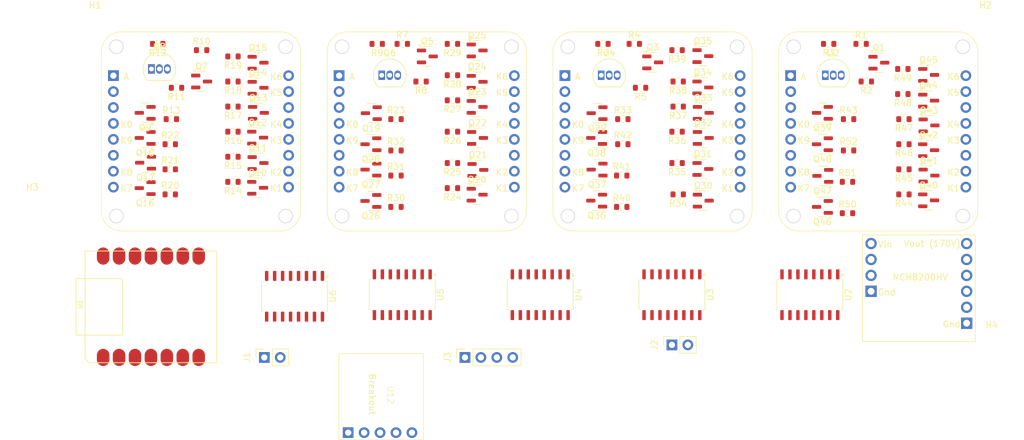
<source format=kicad_pcb>
(kicad_pcb (version 20241229) (generator "pcbnew") (generator_version "9.0")
  (layers (0 "F.Cu" signal) (2 "B.Cu" signal) (13 "F.Paste" user) (15 "B.Paste" user) (5 "F.SilkS" user "F.Silkscreen") (7 "B.SilkS" user "B.Silkscreen") (1 "F.Mask" user) (3 "B.Mask" user) (25 "Edge.Cuts" user))
  (net 0 "")
  (net 1 "+5V")
  (net 2 "GND")
  (net 3 "SDA")
  (net 4 "SCL")
  (net 5 "Net-(Q1-B)")
  (net 6 "Net-(Q1-C)")
  (net 7 "AOUT1")
  (net 8 "170V")
  (net 9 "Net-(Q2-B)")
  (net 10 "Net-(Q3-B)")
  (net 11 "Net-(Q3-C)")
  (net 12 "Net-(Q4-B)")
  (net 13 "AOUT2")
  (net 14 "Net-(Q5-C)")
  (net 15 "Net-(Q5-B)")
  (net 16 "AOUT3")
  (net 17 "Net-(Q6-B)")
  (net 18 "Net-(Q7-B)")
  (net 19 "Net-(Q7-C)")
  (net 20 "Net-(Q8-B)")
  (net 21 "AOUT4")
  (net 22 "Net-(Q9-B)")
  (net 23 "/T4K0")
  (net 24 "/T4K1")
  (net 25 "Net-(Q10-B)")
  (net 26 "/T4K2")
  (net 27 "Net-(Q11-B)")
  (net 28 "Net-(Q12-B)")
  (net 29 "/T4K3")
  (net 30 "Net-(Q13-B)")
  (net 31 "/T4K4")
  (net 32 "Net-(Q14-B)")
  (net 33 "/T4K5")
  (net 34 "Net-(Q15-B)")
  (net 35 "/T4K6")
  (net 36 "Net-(Q16-B)")
  (net 37 "/T4K7")
  (net 38 "/T4K8")
  (net 39 "Net-(Q17-B)")
  (net 40 "Net-(Q18-B)")
  (net 41 "/T4K9")
  (net 42 "/T3K0")
  (net 43 "Net-(Q19-B)")
  (net 44 "/T3K1")
  (net 45 "Net-(Q20-B)")
  (net 46 "Net-(Q21-B)")
  (net 47 "/T3K2")
  (net 48 "/T3K3")
  (net 49 "Net-(Q22-B)")
  (net 50 "/T3K4")
  (net 51 "Net-(Q23-B)")
  (net 52 "Net-(Q24-B)")
  (net 53 "/T3K5")
  (net 54 "Net-(Q25-B)")
  (net 55 "/T3K6")
  (net 56 "/T3K7")
  (net 57 "Net-(Q26-B)")
  (net 58 "Net-(Q27-B)")
  (net 59 "/T3K8")
  (net 60 "Net-(Q28-B)")
  (net 61 "/T3K9")
  (net 62 "/T2K0")
  (net 63 "Net-(Q29-B)")
  (net 64 "/T2K1")
  (net 65 "Net-(Q30-B)")
  (net 66 "Net-(Q31-B)")
  (net 67 "/T2K2")
  (net 68 "/T2K3")
  (net 69 "Net-(Q32-B)")
  (net 70 "Net-(Q33-B)")
  (net 71 "/T2K4")
  (net 72 "/T2K5")
  (net 73 "Net-(Q34-B)")
  (net 74 "Net-(Q35-B)")
  (net 75 "/T2K6")
  (net 76 "/T2K7")
  (net 77 "Net-(Q36-B)")
  (net 78 "/T2K8")
  (net 79 "Net-(Q37-B)")
  (net 80 "/T2K9")
  (net 81 "Net-(Q38-B)")
  (net 82 "/T1K0")
  (net 83 "Net-(Q39-B)")
  (net 84 "Net-(Q40-B)")
  (net 85 "/T1K1")
  (net 86 "Net-(Q41-B)")
  (net 87 "/T1K2")
  (net 88 "/T1K3")
  (net 89 "Net-(Q42-B)")
  (net 90 "Net-(Q43-B)")
  (net 91 "/T1K4")
  (net 92 "/T1K5")
  (net 93 "Net-(Q44-B)")
  (net 94 "/T1K6")
  (net 95 "Net-(Q45-B)")
  (net 96 "Net-(Q46-B)")
  (net 97 "/T1K7")
  (net 98 "Net-(Q47-B)")
  (net 99 "/T1K8")
  (net 100 "Net-(Q48-B)")
  (net 101 "/T1K9")
  (net 102 "AIN1")
  (net 103 "AIN2")
  (net 104 "AIN3")
  (net 105 "AIN4")
  (net 106 "/T4IN0")
  (net 107 "/T4IN1")
  (net 108 "/T4IN2")
  (net 109 "/T4IN3")
  (net 110 "/T4IN4")
  (net 111 "/T4IN5")
  (net 112 "/T4IN6")
  (net 113 "/T4IN7")
  (net 114 "/T4IN8")
  (net 115 "/T4IN9")
  (net 116 "/T3IN0")
  (net 117 "/T3IN1")
  (net 118 "/T3IN2")
  (net 119 "/T3IN3")
  (net 120 "/T3IN4")
  (net 121 "/T3IN5")
  (net 122 "/T3IN6")
  (net 123 "/T3IN7")
  (net 124 "/T3IN8")
  (net 125 "/T3IN9")
  (net 126 "/T2IN0")
  (net 127 "/T2IN1")
  (net 128 "/T2IN2")
  (net 129 "/T2IN3")
  (net 130 "/T2IN4")
  (net 131 "/T2IN5")
  (net 132 "/T2IN6")
  (net 133 "/T2IN7")
  (net 134 "/T2IN8")
  (net 135 "/T2IN9")
  (net 136 "/T1IN0")
  (net 137 "/T1IN1")
  (net 138 "/T1IN2")
  (net 139 "/T1IN3")
  (net 140 "/T1IN4")
  (net 141 "/T1IN5")
  (net 142 "/T1IN6")
  (net 143 "/T1IN7")
  (net 144 "/T1IN8")
  (net 145 "/T1IN9")
  (net 146 "~OE")
  (net 147 "RCLK")
  (net 148 "SIN")
  (net 151 "SCLK")
  (net 152 "SOUT1")
  (net 153 "SOUT2")
  (net 154 "SOUT3")
  (net 155 "SOUT4")
  (footprint "Resistor_SMD:R_0603_1608Metric" (layer "F.Cu") (at 97 80)
    (property "Reference" "R22" (at 0 -1.43 0) (layer "F.SilkS"))
    (property "Value" "4.7k")
    (pad "1" smd roundrect (at -0.825 0) (size 0.8 0.95) (layers "F.Cu" "F.Mask" "F.Paste") (net 40 "Net-(Q18-B)"))
    (pad "2" smd roundrect (at 0.825 0) (size 0.8 0.95) (layers "F.Cu" "F.Mask" "F.Paste") (net 115 "/T4IN9"))
  )
  (footprint "Package_TO_SOT_SMD:SOT-23" (layer "F.Cu") (at 145.9375 65.05)
    (property "Reference" "Q25" (at 0 -2.4 0) (layer "F.SilkS"))
    (property "Value" "MMBTA42")
    (pad "1" smd roundrect (at -0.9375 -0.95) (size 1.475 0.6) (layers "F.Cu" "F.Mask" "F.Paste") (net 54 "Net-(Q25-B)"))
    (pad "2" smd roundrect (at -0.9375 0.95) (size 1.475 0.6) (layers "F.Cu" "F.Mask" "F.Paste") (net 2 "GND"))
    (pad "3" smd roundrect (at 0.9375 0) (size 1.475 0.6) (layers "F.Cu" "F.Mask" "F.Paste") (net 55 "/T3K6"))
  )
  (footprint "Package_TO_SOT_SMD:SOT-23" (layer "F.Cu") (at 93 79 180)
    (property "Reference" "Q18" (at 0 -2.4 0) (layer "F.SilkS"))
    (property "Value" "MMBTA42")
    (pad "1" smd roundrect (at -0.9375 -0.95 180) (size 1.475 0.6) (layers "F.Cu" "F.Mask" "F.Paste") (net 40 "Net-(Q18-B)"))
    (pad "2" smd roundrect (at -0.9375 0.95 180) (size 1.475 0.6) (layers "F.Cu" "F.Mask" "F.Paste") (net 2 "GND"))
    (pad "3" smd roundrect (at 0.9375 0 180) (size 1.475 0.6) (layers "F.Cu" "F.Mask" "F.Paste") (net 41 "/T4K9"))
  )
  (footprint "Package_TO_SOT_THT:TO-92_Inline" (layer "F.Cu") (at 165.73 69)
    (property "Reference" "Q4" (at 1.27 -3.56 0) (layer "F.SilkS"))
    (property "Value" "MPSA92")
    (pad "1" thru_hole rect (at 0 0) (size 1.05 1.5) (drill 0.75) (layers "*.Cu" "*.Mask") (net 8 "170V"))
    (pad "2" thru_hole oval (at 1.27 0) (size 1.05 1.5) (drill 0.75) (layers "*.Cu" "*.Mask") (net 12 "Net-(Q4-B)"))
    (pad "3" thru_hole oval (at 2.54 0) (size 1.05 1.5) (drill 0.75) (layers "*.Cu" "*.Mask") (net 13 "AOUT2"))
  )
  (footprint "Resistor_SMD:R_0603_1608Metric" (layer "F.Cu") (at 107 82 180)
    (property "Reference" "R15" (at 0 -1.43 0) (layer "F.SilkS"))
    (property "Value" "4.7k")
    (pad "1" smd roundrect (at -0.825 0 180) (size 0.8 0.95) (layers "F.Cu" "F.Mask" "F.Paste") (net 27 "Net-(Q11-B)"))
    (pad "2" smd roundrect (at 0.825 0 180) (size 0.8 0.95) (layers "F.Cu" "F.Mask" "F.Paste") (net 108 "/T4IN2"))
  )
  (footprint "Nixie:PL31 Socket Breakout" (layer "F.Cu") (at 210 78)
    (property "Reference" "T1" (hide yes))
    (property "Value" "~" (hide yes))
    (fp_circle (center -13.595064 -13.545064) (end -12.495064 -13.545064) (stroke (width 0.1)) (fill no) (layer "Edge.Cuts"))
    (fp_circle (center -13.595064 13.454936) (end -12.495064 13.454936) (stroke (width 0.1)) (fill no) (layer "Edge.Cuts"))
    (fp_circle (center 13.404936 -13.545064) (end 14.504936 -13.545064) (stroke (width 0.1)) (fill no) (layer "Edge.Cuts"))
    (fp_circle (center 13.404936 13.454936) (end 14.504936 13.454936) (stroke (width 0.1)) (fill no) (layer "Edge.Cuts"))
    (fp_text user "K6\n" (at 10.826936 -8.173064 0) (layer "F.SilkS") (effects (justify left bottom)))
    (fp_text user "K1" (at 10.826936 9.606936 0) (layer "F.SilkS") (effects (justify left bottom)))
    (fp_text user "K8" (at -13.049064 7.066936 0) (layer "F.SilkS") (effects (justify left bottom)))
    (fp_text user "K3" (at 10.826936 1.986936 0) (layer "F.SilkS") (effects (justify left bottom)))
    (fp_text user "K9\n" (at -13.049064 1.986936 0) (layer "F.SilkS") (effects (justify left bottom)))
    (fp_text user "K2" (at 10.826936 7.066936 0) (layer "F.SilkS") (effects (justify left bottom)))
    (fp_text user "K4" (at 10.826936 -0.553064 0) (layer "F.SilkS") (effects (justify left bottom)))
    (fp_text user "A" (at -12.541064 -8.173064 0) (layer "F.SilkS") (effects (justify left bottom)))
    (fp_text user "K0\n" (at -13.049064 -0.553064 0) (layer "F.SilkS") (effects (justify left bottom)))
    (fp_text user "K7" (at -13.049064 9.606936 0) (layer "F.SilkS") (effects (justify left bottom)))
    (fp_text user "K5\n" (at 10.826936 -5.633064 0) (layer "F.SilkS") (effects (justify left bottom)))
    (pad "" thru_hole oval (at -14.065064 -6.395064 180) (size 1.7 1.7) (drill 1) (layers "*.Cu" "*.Mask"))
    (pad "" thru_hole oval (at -14.065064 -3.855064 180) (size 1.7 1.7) (drill 1) (layers "*.Cu" "*.Mask"))
    (pad "" thru_hole oval (at -14.065064 3.764936 180) (size 1.7 1.7) (drill 1) (layers "*.Cu" "*.Mask"))
    (pad "" thru_hole oval (at 13.874936 -3.855064 180) (size 1.7 1.7) (drill 1) (layers "*.Cu" "*.Mask"))
    (pad "" thru_hole oval (at 13.874936 3.764936 180) (size 1.7 1.7) (drill 1) (layers "*.Cu" "*.Mask"))
    (pad "1" thru_hole oval (at 13.874936 8.844936 180) (size 1.7 1.7) (drill 1) (layers "*.Cu" "*.Mask") (net 85 "/T1K1"))
    (pad "2" thru_hole oval (at 13.874936 6.304936 180) (size 1.7 1.7) (drill 1) (layers "*.Cu" "*.Mask") (net 87 "/T1K2"))
    (pad "3" thru_hole oval (at 13.874936 1.224936 180) (size 1.7 1.7) (drill 1) (layers "*.Cu" "*.Mask") (net 88 "/T1K3"))
    (pad "4" thru_hole oval (at 13.874936 -1.315064 180) (size 1.7 1.7) (drill 1) (layers "*.Cu" "*.Mask") (net 91 "/T1K4"))
    (pad "5" thru_hole oval (at 13.874936 -6.395064 180) (size 1.7 1.7) (drill 1) (layers "*.Cu" "*.Mask") (net 92 "/T1K5"))
    (pad "6" thru_hole circle (at 13.874936 -8.935064 180) (size 1.7 1.7) (drill 1) (layers "*.Cu" "*.Mask") (net 94 "/T1K6"))
    (pad "7" thru_hole oval (at -14.065064 8.844936 180) (size 1.7 1.7) (drill 1) (layers "*.Cu" "*.Mask") (net 97 "/T1K7"))
    (pad "8" thru_hole oval (at -14.065064 6.304936 180) (size 1.7 1.7) (drill 1) (layers "*.Cu" "*.Mask") (net 99 "/T1K8"))
    (pad "9" thru_hole oval (at -14.065064 1.224936 180) (size 1.7 1.7) (drill 1) (layers "*.Cu" "*.Mask") (net 101 "/T1K9"))
    (pad "10" thru_hole oval (at -14.065064 -1.315064 180) (size 1.7 1.7) (drill 1) (layers "*.Cu" "*.Mask") (net 82 "/T1K0"))
    (pad "11" thru_hole rect (at -14.065064 -8.935064 180) (size 1.7 1.7) (drill 1) (layers "*.Cu" "*.Mask") (net 7 "AOUT1"))
  )
  (footprint "Package_SO:SOIC-16_4.55x10.3mm_P1.27mm" (layer "F.Cu") (at 156 104 -90)
    (property "Reference" "U4" (at 0 -6.1 90) (layer "F.SilkS"))
    (property "Value" "74HC595")
    (pad "1" smd roundrect (at -3.25 -4.445 270) (size 1.6 0.55) (layers "F.Cu" "F.Mask" "F.Paste") (net 133 "/T2IN7"))
    (pad "2" smd roundrect (at -3.25 -3.175 270) (size 1.6 0.55) (layers "F.Cu" "F.Mask" "F.Paste") (net 134 "/T2IN8"))
    (pad "3" smd roundrect (at -3.25 -1.905 270) (size 1.6 0.55) (layers "F.Cu" "F.Mask" "F.Paste") (net 135 "/T2IN9"))
    (pad "4" smd roundrect (at -3.25 -0.635 270) (size 1.6 0.55) (layers "F.Cu" "F.Mask" "F.Paste") (net 116 "/T3IN0"))
    (pad "5" smd roundrect (at -3.25 0.635 270) (size 1.6 0.55) (layers "F.Cu" "F.Mask" "F.Paste") (net 117 "/T3IN1"))
    (pad "6" smd roundrect (at -3.25 1.905 270) (size 1.6 0.55) (layers "F.Cu" "F.Mask" "F.Paste") (net 118 "/T3IN2"))
    (pad "7" smd roundrect (at -3.25 3.175 270) (size 1.6 0.55) (layers "F.Cu" "F.Mask" "F.Paste") (net 119 "/T3IN3"))
    (pad "8" smd roundrect (at -3.25 4.445 270) (size 1.6 0.55) (layers "F.Cu" "F.Mask" "F.Paste") (net 2 "GND"))
    (pad "9" smd roundrect (at 3.25 4.445 270) (size 1.6 0.55) (layers "F.Cu" "F.Mask" "F.Paste") (net 154 "SOUT3"))
    (pad "10" smd roundrect (at 3.25 3.175 270) (size 1.6 0.55) (layers "F.Cu" "F.Mask" "F.Paste") (net 1 "+5V"))
    (pad "11" smd roundrect (at 3.25 1.905 270) (size 1.6 0.55) (layers "F.Cu" "F.Mask" "F.Paste") (net 151 "SCLK"))
    (pad "12" smd roundrect (at 3.25 0.635 270) (size 1.6 0.55) (layers "F.Cu" "F.Mask" "F.Paste") (net 147 "RCLK"))
    (pad "13" smd roundrect (at 3.25 -0.635 270) (size 1.6 0.55) (layers "F.Cu" "F.Mask" "F.Paste") (net 146 "~OE"))
    (pad "14" smd roundrect (at 3.25 -1.905 270) (size 1.6 0.55) (layers "F.Cu" "F.Mask" "F.Paste") (net 153 "SOUT2"))
    (pad "15" smd roundrect (at 3.25 -3.175 270) (size 1.6 0.55) (layers "F.Cu" "F.Mask" "F.Paste") (net 132 "/T2IN6"))
    (pad "16" smd roundrect (at 3.25 -4.445 270) (size 1.6 0.55) (layers "F.Cu" "F.Mask" "F.Paste") (net 1 "+5V"))
  )
  (footprint "Package_TO_SOT_THT:TO-92_Inline" (layer "F.Cu") (at 94 68)
    (property "Reference" "Q8" (at 1.27 -3.56 0) (layer "F.SilkS"))
    (property "Value" "MPSA92")
    (pad "1" thru_hole rect (at 0 0) (size 1.05 1.5) (drill 0.75) (layers "*.Cu" "*.Mask") (net 8 "170V"))
    (pad "2" thru_hole oval (at 1.27 0) (size 1.05 1.5) (drill 0.75) (layers "*.Cu" "*.Mask") (net 20 "Net-(Q8-B)"))
    (pad "3" thru_hole oval (at 2.54 0) (size 1.05 1.5) (drill 0.75) (layers "*.Cu" "*.Mask") (net 21 "AOUT4"))
  )
  (footprint "Resistor_SMD:R_0603_1608Metric" (layer "F.Cu") (at 169 85)
    (property "Reference" "R41" (at 0 -1.43 0) (layer "F.SilkS"))
    (property "Value" "4.7k")
    (pad "1" smd roundrect (at -0.825 0) (size 0.8 0.95) (layers "F.Cu" "F.Mask" "F.Paste") (net 79 "Net-(Q37-B)"))
    (pad "2" smd roundrect (at 0.825 0) (size 0.8 0.95) (layers "F.Cu" "F.Mask" "F.Paste") (net 134 "/T2IN8"))
  )
  (footprint "Package_TO_SOT_SMD:SOT-23" (layer "F.Cu") (at 146 79)
    (property "Reference" "Q22" (at 0 -2.4 0) (layer "F.SilkS"))
    (property "Value" "MMBTA42")
    (pad "1" smd roundrect (at -0.9375 -0.95) (size 1.475 0.6) (layers "F.Cu" "F.Mask" "F.Paste") (net 49 "Net-(Q22-B)"))
    (pad "2" smd roundrect (at -0.9375 0.95) (size 1.475 0.6) (layers "F.Cu" "F.Mask" "F.Paste") (net 2 "GND"))
    (pad "3" smd roundrect (at 0.9375 0) (size 1.475 0.6) (layers "F.Cu" "F.Mask" "F.Paste") (net 48 "/T3K3"))
  )
  (footprint "Package_TO_SOT_SMD:SOT-23" (layer "F.Cu") (at 145.9375 88.05)
    (property "Reference" "Q20" (at 0 -2.4 0) (layer "F.SilkS"))
    (property "Value" "MMBTA42")
    (pad "1" smd roundrect (at -0.9375 -0.95) (size 1.475 0.6) (layers "F.Cu" "F.Mask" "F.Paste") (net 45 "Net-(Q20-B)"))
    (pad "2" smd roundrect (at -0.9375 0.95) (size 1.475 0.6) (layers "F.Cu" "F.Mask" "F.Paste") (net 2 "GND"))
    (pad "3" smd roundrect (at 0.9375 0) (size 1.475 0.6) (layers "F.Cu" "F.Mask" "F.Paste") (net 44 "/T3K1"))
  )
  (footprint "Package_TO_SOT_SMD:SOT-23" (layer "F.Cu") (at 138 66)
    (property "Reference" "Q5" (at 0 -2.4 0) (layer "F.SilkS"))
    (property "Value" "SS8050")
    (pad "1" smd roundrect (at -0.9375 -0.95) (size 1.475 0.6) (layers "F.Cu" "F.Mask" "F.Paste") (net 15 "Net-(Q5-B)"))
    (pad "2" smd roundrect (at -0.9375 0.95) (size 1.475 0.6) (layers "F.Cu" "F.Mask" "F.Paste") (net 2 "GND"))
    (pad "3" smd roundrect (at 0.9375 0) (size 1.475 0.6) (layers "F.Cu" "F.Mask" "F.Paste") (net 14 "Net-(Q5-C)"))
  )
  (footprint "Package_TO_SOT_SMD:SOT-23" (layer "F.Cu") (at 173.9375 66.95)
    (property "Reference" "Q3" (at 0 -2.4 0) (layer "F.SilkS"))
    (property "Value" "SS8050")
    (pad "1" smd roundrect (at -0.9375 -0.95) (size 1.475 0.6) (layers "F.Cu" "F.Mask" "F.Paste") (net 10 "Net-(Q3-B)"))
    (pad "2" smd roundrect (at -0.9375 0.95) (size 1.475 0.6) (layers "F.Cu" "F.Mask" "F.Paste") (net 2 "GND"))
    (pad "3" smd roundrect (at 0.9375 0) (size 1.475 0.6) (layers "F.Cu" "F.Mask" "F.Paste") (net 11 "Net-(Q3-C)"))
  )
  (footprint "Package_TO_SOT_SMD:SOT-23" (layer "F.Cu") (at 165.0625 84.05 180)
    (property "Reference" "Q37" (at 0 -2.4 0) (layer "F.SilkS"))
    (property "Value" "MMBTA42")
    (pad "1" smd roundrect (at -0.9375 -0.95 180) (size 1.475 0.6) (layers "F.Cu" "F.Mask" "F.Paste") (net 79 "Net-(Q37-B)"))
    (pad "2" smd roundrect (at -0.9375 0.95 180) (size 1.475 0.6) (layers "F.Cu" "F.Mask" "F.Paste") (net 2 "GND"))
    (pad "3" smd roundrect (at 0.9375 0 180) (size 1.475 0.6) (layers "F.Cu" "F.Mask" "F.Paste") (net 78 "/T2K8"))
  )
  (footprint "Resistor_SMD:R_0603_1608Metric" (layer "F.Cu") (at 133 90)
    (property "Reference" "R30" (at 0 -1.43 0) (layer "F.SilkS"))
    (property "Value" "4.7k")
    (pad "1" smd roundrect (at -0.825 0) (size 0.8 0.95) (layers "F.Cu" "F.Mask" "F.Paste") (net 57 "Net-(Q26-B)"))
    (pad "2" smd roundrect (at 0.825 0) (size 0.8 0.95) (layers "F.Cu" "F.Mask" "F.Paste") (net 123 "/T3IN7"))
  )
  (footprint "Resistor_SMD:R_0603_1608Metric" (layer "F.Cu") (at 98 71 180)
    (property "Reference" "R11" (at 0 -1.43 0) (layer "F.SilkS"))
    (property "Value" "470k")
    (pad "1" smd roundrect (at -0.825 0 180) (size 0.8 0.95) (layers "F.Cu" "F.Mask" "F.Paste") (net 19 "Net-(Q7-C)"))
    (pad "2" smd roundrect (at 0.825 0 180) (size 0.8 0.95) (layers "F.Cu" "F.Mask" "F.Paste") (net 20 "Net-(Q8-B)"))
  )
  (footprint "Package_TO_SOT_SMD:SOT-23" (layer "F.Cu") (at 110.9375 78.95)
    (property "Reference" "Q12" (at 0 -2.4 0) (layer "F.SilkS"))
    (property "Value" "MMBTA42")
    (pad "1" smd roundrect (at -0.9375 -0.95) (size 1.475 0.6) (layers "F.Cu" "F.Mask" "F.Paste") (net 28 "Net-(Q12-B)"))
    (pad "2" smd roundrect (at -0.9375 0.95) (size 1.475 0.6) (layers "F.Cu" "F.Mask" "F.Paste") (net 2 "GND"))
    (pad "3" smd roundrect (at 0.9375 0) (size 1.475 0.6) (layers "F.Cu" "F.Mask" "F.Paste") (net 29 "/T4K3"))
  )
  (footprint "Resistor_SMD:R_0603_1608Metric" (layer "F.Cu") (at 207.175 64)
    (property "Reference" "R1" (at 0 -1.43 0) (layer "F.SilkS"))
    (property "Value" "10k")
    (pad "1" smd roundrect (at -0.825 0) (size 0.8 0.95) (layers "F.Cu" "F.Mask" "F.Paste") (net 102 "AIN1"))
    (pad "2" smd roundrect (at 0.825 0) (size 0.8 0.95) (layers "F.Cu" "F.Mask" "F.Paste") (net 5 "Net-(Q1-B)"))
  )
  (footprint "Resistor_SMD:R_0603_1608Metric" (layer "F.Cu") (at 214 80 180)
    (property "Reference" "R46" (at 0 -1.43 0) (layer "F.SilkS"))
    (property "Value" "4.7k")
    (pad "1" smd roundrect (at -0.825 0 180) (size 0.8 0.95) (layers "F.Cu" "F.Mask" "F.Paste") (net 89 "Net-(Q42-B)"))
    (pad "2" smd roundrect (at 0.825 0 180) (size 0.8 0.95) (layers "F.Cu" "F.Mask" "F.Paste") (net 139 "/T1IN3"))
  )
  (footprint "Resistor_SMD:R_0603_1608Metric" (layer "F.Cu") (at 107 74 180)
    (property "Reference" "R17" (at 0 -1.43 0) (layer "F.SilkS"))
    (property "Value" "4.7k")
    (pad "1" smd roundrect (at -0.825 0 180) (size 0.8 0.95) (layers "F.Cu" "F.Mask" "F.Paste") (net 30 "Net-(Q13-B)"))
    (pad "2" smd roundrect (at 0.825 0 180) (size 0.8 0.95) (layers "F.Cu" "F.Mask" "F.Paste") (net 110 "/T4IN4"))
  )
  (footprint "Resistor_SMD:R_0603_1608Metric" (layer "F.Cu") (at 95 64 180)
    (property "Reference" "R12" (at 0 -1.43 0) (layer "F.SilkS"))
    (property "Value" "100k")
    (pad "1" smd roundrect (at -0.825 0 180) (size 0.8 0.95) (layers "F.Cu" "F.Mask" "F.Paste") (net 20 "Net-(Q8-B)"))
    (pad "2" smd roundrect (at 0.825 0 180) (size 0.8 0.95) (layers "F.Cu" "F.Mask" "F.Paste") (net 8 "170V"))
  )
  (footprint "Package_TO_SOT_SMD:SOT-23" (layer "F.Cu") (at 146.0625 84.1)
    (property "Reference" "Q21" (at 0 -2.4 0) (layer "F.SilkS"))
    (property "Value" "MMBTA42")
    (pad "1" smd roundrect (at -0.9375 -0.95) (size 1.475 0.6) (layers "F.Cu" "F.Mask" "F.Paste") (net 46 "Net-(Q21-B)"))
    (pad "2" smd roundrect (at -0.9375 0.95) (size 1.475 0.6) (layers "F.Cu" "F.Mask" "F.Paste") (net 2 "GND"))
    (pad "3" smd roundrect (at 0.9375 0) (size 1.475 0.6) (layers "F.Cu" "F.Mask" "F.Paste") (net 47 "/T3K2"))
  )
  (footprint "Resistor_SMD:R_0603_1608Metric" (layer "F.Cu") (at 169.175 80)
    (property "Reference" "R42" (at 0 -1.43 0) (layer "F.SilkS"))
    (property "Value" "4.7k")
    (pad "1" smd roundrect (at -0.825 0) (size 0.8 0.95) (layers "F.Cu" "F.Mask" "F.Paste") (net 81 "Net-(Q38-B)"))
    (pad "2" smd roundrect (at 0.825 0) (size 0.8 0.95) (layers "F.Cu" "F.Mask" "F.Paste") (net 135 "/T2IN9"))
  )
  (footprint "Package_TO_SOT_SMD:SOT-23" (layer "F.Cu") (at 182 79)
    (property "Reference" "Q32" (at 0 -2.4 0) (layer "F.SilkS"))
    (property "Value" "MMBTA42")
    (pad "1" smd roundrect (at -0.9375 -0.95) (size 1.475 0.6) (layers "F.Cu" "F.Mask" "F.Paste") (net 69 "Net-(Q32-B)"))
    (pad "2" smd roundrect (at -0.9375 0.95) (size 1.475 0.6) (layers "F.Cu" "F.Mask" "F.Paste") (net 2 "GND"))
    (pad "3" smd roundrect (at 0.9375 0) (size 1.475 0.6) (layers "F.Cu" "F.Mask" "F.Paste") (net 68 "/T2K3"))
  )
  (footprint "Resistor_SMD:R_0603_1608Metric" (layer "F.Cu") (at 97 88)
    (property "Reference" "R20" (at 0 -1.43 0) (layer "F.SilkS"))
    (property "Value" "4.7k")
    (pad "1" smd roundrect (at -0.825 0) (size 0.8 0.95) (layers "F.Cu" "F.Mask" "F.Paste") (net 36 "Net-(Q16-B)"))
    (pad "2" smd roundrect (at 0.825 0) (size 0.8 0.95) (layers "F.Cu" "F.Mask" "F.Paste") (net 113 "/T4IN7"))
  )
  (footprint "Package_TO_SOT_SMD:SOT-23" (layer "F.Cu") (at 181.9375 83.95)
    (property "Reference" "Q31" (at 0 -2.4 0) (layer "F.SilkS"))
    (property "Value" "MMBTA42")
    (pad "1" smd roundrect (at -0.9375 -0.95) (size 1.475 0.6) (layers "F.Cu" "F.Mask" "F.Paste") (net 66 "Net-(Q31-B)"))
    (pad "2" smd roundrect (at -0.9375 0.95) (size 1.475 0.6) (layers "F.Cu" "F.Mask" "F.Paste") (net 2 "GND"))
    (pad "3" smd roundrect (at 0.9375 0) (size 1.475 0.6) (layers "F.Cu" "F.Mask" "F.Paste") (net 67 "/T2K2"))
  )
  (footprint "Package_TO_SOT_SMD:SOT-23" (layer "F.Cu") (at 110.9375 86.95)
    (property "Reference" "Q10" (at 0 -2.4 0) (layer "F.SilkS"))
    (property "Value" "MMBTA42")
    (pad "1" smd roundrect (at -0.9375 -0.95) (size 1.475 0.6) (layers "F.Cu" "F.Mask" "F.Paste") (net 25 "Net-(Q10-B)"))
    (pad "2" smd roundrect (at -0.9375 0.95) (size 1.475 0.6) (layers "F.Cu" "F.Mask" "F.Paste") (net 2 "GND"))
    (pad "3" smd roundrect (at 0.9375 0) (size 1.475 0.6) (layers "F.Cu" "F.Mask" "F.Paste") (net 24 "/T4K1"))
  )
  (footprint "Resistor_SMD:R_0603_1608Metric" (layer "F.Cu") (at 213.825 68 180)
    (property "Reference" "R49" (at 0 -1.43 0) (layer "F.SilkS"))
    (property "Value" "4.7k")
    (pad "1" smd roundrect (at -0.825 0 180) (size 0.8 0.95) (layers "F.Cu" "F.Mask" "F.Paste") (net 95 "Net-(Q45-B)"))
    (pad "2" smd roundrect (at 0.825 0 180) (size 0.8 0.95) (layers "F.Cu" "F.Mask" "F.Paste") (net 142 "/T1IN6"))
  )
  (footprint "Package_TO_SOT_SMD:SOT-23" (layer "F.Cu") (at 201 75 180)
    (property "Reference" "Q39" (at 0 -2.4 0) (layer "F.SilkS"))
    (property "Value" "MMBTA42")
    (pad "1" smd roundrect (at -0.9375 -0.95 180) (size 1.475 0.6) (layers "F.Cu" "F.Mask" "F.Paste") (net 83 "Net-(Q39-B)"))
    (pad "2" smd roundrect (at -0.9375 0.95 180) (size 1.475 0.6) (layers "F.Cu" "F.Mask" "F.Paste") (net 2 "GND"))
    (pad "3" smd roundrect (at 0.9375 0 180) (size 1.475 0.6) (layers "F.Cu" "F.Mask" "F.Paste") (net 82 "/T1K0"))
  )
  (footprint "Resistor_SMD:R_0603_1608Metric" (layer "F.Cu") (at 107 66 180)
    (property "Reference" "R19" (at 0 -1.43 0) (layer "F.SilkS"))
    (property "Value" "4.7k")
    (pad "1" smd roundrect (at -0.825 0 180) (size 0.8 0.95) (layers "F.Cu" "F.Mask" "F.Paste") (net 34 "Net-(Q15-B)"))
    (pad "2" smd roundrect (at 0.825 0 180) (size 0.8 0.95) (layers "F.Cu" "F.Mask" "F.Paste") (net 112 "/T4IN6"))
  )
  (footprint "Package_TO_SOT_SMD:SOT-23" (layer "F.Cu") (at 129 80 180)
    (property "Reference" "Q28" (at 0 -2.4 0) (layer "F.SilkS"))
    (property "Value" "MMBTA42")
    (pad "1" smd roundrect (at -0.9375 -0.95 180) (size 1.475 0.6) (layers "F.Cu" "F.Mask" "F.Paste") (net 60 "Net-(Q28-B)"))
    (pad "2" smd roundrect (at -0.9375 0.95 180) (size 1.475 0.6) (layers "F.Cu" "F.Mask" "F.Paste") (net 2 "GND"))
    (pad "3" smd roundrect (at 0.9375 0 180) (size 1.475 0.6) (layers "F.Cu" "F.Mask" "F.Paste") (net 61 "/T3K9"))
  )
  (footprint "Package_TO_SOT_SMD:SOT-23" (layer "F.Cu") (at 111 83)
    (property "Reference" "Q11" (at 0 -2.4 0) (layer "F.SilkS"))
    (property "Value" "MMBTA42")
    (pad "1" smd roundrect (at -0.9375 -0.95) (size 1.475 0.6) (layers "F.Cu" "F.Mask" "F.Paste") (net 27 "Net-(Q11-B)"))
    (pad "2" smd roundrect (at -0.9375 0.95) (size 1.475 0.6) (layers "F.Cu" "F.Mask" "F.Paste") (net 2 "GND"))
    (pad "3" smd roundrect (at 0.9375 0) (size 1.475 0.6) (layers "F.Cu" "F.Mask" "F.Paste") (net 26 "/T4K2"))
  )
  (footprint "Resistor_SMD:R_0603_1608Metric" (layer "F.Cu") (at 214 84 180)
    (property "Reference" "R45" (at 0 -1.43 0) (layer "F.SilkS"))
    (property "Value" "4.7k")
    (pad "1" smd roundrect (at -0.825 0 180) (size 0.8 0.95) (layers "F.Cu" "F.Mask" "F.Paste") (net 86 "Net-(Q41-B)"))
    (pad "2" smd roundrect (at 0.825 0 180) (size 0.8 0.95) (layers "F.Cu" "F.Mask" "F.Paste") (net 138 "/T1IN2"))
  )
  (footprint "Package_TO_SOT_SMD:SOT-23" (layer "F.Cu") (at 218 77)
    (property "Reference" "Q43" (at 0 -2.4 0) (layer "F.SilkS"))
    (property "Value" "MMBTA42")
    (pad "1" smd roundrect (at -0.9375 -0.95) (size 1.475 0.6) (layers "F.Cu" "F.Mask" "F.Paste") (net 90 "Net-(Q43-B)"))
    (pad "2" smd roundrect (at -0.9375 0.95) (size 1.475 0.6) (layers "F.Cu" "F.Mask" "F.Paste") (net 2 "GND"))
    (pad "3" smd roundrect (at 0.9375 0) (size 1.475 0.6) (layers "F.Cu" "F.Mask" "F.Paste") (net 91 "/T1K4"))
  )
  (footprint "Resistor_SMD:R_0603_1608Metric" (layer "F.Cu") (at 205 91)
    (property "Reference" "R50" (at 0 -1.43 0) (layer "F.SilkS"))
    (property "Value" "4.7k")
    (pad "1" smd roundrect (at -0.825 0) (size 0.8 0.95) (layers "F.Cu" "F.Mask" "F.Paste") (net 96 "Net-(Q46-B)"))
    (pad "2" smd roundrect (at 0.825 0) (size 0.8 0.95) (layers "F.Cu" "F.Mask" "F.Paste") (net 143 "/T1IN7"))
  )
  (footprint "Nixie:PL31 Socket Breakout" (layer "F.Cu") (at 138 78)
    (property "Reference" "T3" (hide yes))
    (property "Value" "~" (hide yes))
    (fp_circle (center -13.595064 -13.545064) (end -12.495064 -13.545064) (stroke (width 0.1)) (fill no) (layer "Edge.Cuts"))
    (fp_circle (center -13.595064 13.454936) (end -12.495064 13.454936) (stroke (width 0.1)) (fill no) (layer "Edge.Cuts"))
    (fp_circle (center 13.404936 -13.545064) (end 14.504936 -13.545064) (stroke (width 0.1)) (fill no) (layer "Edge.Cuts"))
    (fp_circle (center 13.404936 13.454936) (end 14.504936 13.454936) (stroke (width 0.1)) (fill no) (layer "Edge.Cuts"))
    (fp_text user "K0\n" (at -13.049064 -0.553064 0) (layer "F.SilkS") (effects (justify left bottom)))
    (fp_text user "K9\n" (at -13.049064 1.986936 0) (layer "F.SilkS") (effects (justify left bottom)))
    (fp_text user "K3" (at 10.826936 1.986936 0) (layer "F.SilkS") (effects (justify left bottom)))
    (fp_text user "A" (at -12.541064 -8.173064 0) (layer "F.SilkS") (effects (justify left bottom)))
    (fp_text user "K7" (at -13.049064 9.606936 0) (layer "F.SilkS") (effects (justify left bottom)))
    (fp_text user "K5\n" (at 10.826936 -5.633064 0) (layer "F.SilkS") (effects (justify left bottom)))
    (fp_text user "K4" (at 10.826936 -0.553064 0) (layer "F.SilkS") (effects (justify left bottom)))
    (fp_text user "K6\n" (at 10.826936 -8.173064 0) (layer "F.SilkS") (effects (justify left bottom)))
    (fp_text user "K2" (at 10.826936 7.066936 0) (layer "F.SilkS") (effects (justify left bottom)))
    (fp_text user "K1" (at 10.826936 9.606936 0) (layer "F.SilkS") (effects (justify left bottom)))
    (fp_text user "K8" (at -13.049064 7.066936 0) (layer "F.SilkS") (effects (justify left bottom)))
    (pad "" thru_hole oval (at -14.065064 -6.395064 180) (size 1.7 1.7) (drill 1) (layers "*.Cu" "*.Mask"))
    (pad "" thru_hole oval (at -14.065064 -3.855064 180) (size 1.7 1.7) (drill 1) (layers "*.Cu" "*.Mask"))
    (pad "" thru_hole oval (at -14.065064 3.764936 180) (size 1.7 1.7) (drill 1) (layers "*.Cu" "*.Mask"))
    (pad "" thru_hole oval (at 13.874936 -3.855064 180) (size 1.7 1.7) (drill 1) (layers "*.Cu" "*.Mask"))
    (pad "" thru_hole oval (at 13.874936 3.764936 180) (size 1.7 1.7) (drill 1) (layers "*.Cu" "*.Mask"))
    (pad "1" thru_hole oval (at 13.874936 8.844936 180) (size 1.7 1.7) (drill 1) (layers "*.Cu" "*.Mask") (net 44 "/T3K1"))
    (pad "2" thru_hole oval (at 13.874936 6.304936 180) (size 1.7 1.7) (drill 1) (layers "*.Cu" "*.Mask") (net 47 "/T3K2"))
    (pad "3" thru_hole oval (at 13.874936 1.224936 180) (size 1.7 1.7) (drill 1) (layers "*.Cu" "*.Mask") (net 48 "/T3K3"))
    (pad "4" thru_hole oval (at 13.874936 -1.315064 180) (size 1.7 1.7) (drill 1) (layers "*.Cu" "*.Mask") (net 50 "/T3K4"))
    (pad "5" thru_hole oval (at 13.874936 -6.395064 180) (size 1.7 1.7) (drill 1) (layers "*.Cu" "*.Mask") (net 53 "/T3K5"))
    (pad "6" thru_hole circle (at 13.874936 -8.935064 180) (size 1.7 1.7) (drill 1) (layers "*.Cu" "*.Mask") (net 55 "/T3K6"))
    (pad "7" thru_hole oval (at -14.065064 8.844936 180) (size 1.7 1.7) (drill 1) (layers "*.Cu" "*.Mask") (net 56 "/T3K7"))
    (pad "8" thru_hole oval (at -14.065064 6.304936 180) (size 1.7 1.7) (drill 1) (layers "*.Cu" "*.Mask") (net 59 "/T3K8"))
    (pad "9" thru_hole oval (at -14.065064 1.224936 180) (size 1.7 1.7) (drill 1) (layers "*.Cu" "*.Mask") (net 61 "/T3K9"))
    (pad "10" thru_hole oval (at -14.065064 -1.315064 180) (size 1.7 1.7) (drill 1) (layers "*.Cu" "*.Mask") (net 42 "/T3K0"))
    (pad "11" thru_hole rect (at -14.065064 -8.935064 180) (size 1.7 1.7) (drill 1) (layers "*.Cu" "*.Mask") (net 16 "AOUT3"))
  )
  (footprint "MountingHole:MountingHole_2.2mm_M2" (layer "F.Cu") (at 85 61)
    (property "Reference" "H1" (at 0 -3.15 0) (layer "F.SilkS"))
    (property "Value" "MountingHole")
    (pad "" np_thru_hole circle (at 0 0) (size 2.2 2.2) (drill 2.2) (layers "*.Cu" "*.Mask"))
  )
  (footprint "Package_TO_SOT_SMD:SOT-23" (layer "F.Cu") (at 217.9375 80.95)
    (property "Reference" "Q42" (at 0 -2.4 0) (layer "F.SilkS"))
    (property "Value" "MMBTA42")
    (pad "1" smd roundrect (at -0.9375 -0.95) (size 1.475 0.6) (layers "F.Cu" "F.Mask" "F.Paste") (net 89 "Net-(Q42-B)"))
    (pad "2" smd roundrect (at -0.9375 0.95) (size 1.475 0.6) (layers "F.Cu" "F.Mask" "F.Paste") (net 2 "GND"))
    (pad "3" smd roundrect (at 0.9375 0) (size 1.475 0.6) (layers "F.Cu" "F.Mask" "F.Paste") (net 88 "/T1K3"))
  )
  (footprint "Resistor_SMD:R_0603_1608Metric" (layer "F.Cu") (at 166 64 180)
    (property "Reference" "R6" (at 0 -1.43 0) (layer "F.SilkS"))
    (property "Value" "100k")
    (pad "1" smd roundrect (at -0.825 0 180) (size 0.8 0.95) (layers "F.Cu" "F.Mask" "F.Paste") (net 12 "Net-(Q4-B)"))
    (pad "2" smd roundrect (at 0.825 0 180) (size 0.8 0.95) (layers "F.Cu" "F.Mask" "F.Paste") (net 8 "170V"))
  )
  (footprint "Package_TO_SOT_SMD:SOT-23" (layer "F.Cu") (at 111 71)
    (property "Reference" "Q14" (at 0 -2.4 0) (layer "F.SilkS"))
    (property "Value" "MMBTA42")
    (pad "1" smd roundrect (at -0.9375 -0.95) (size 1.475 0.6) (layers "F.Cu" "F.Mask" "F.Paste") (net 32 "Net-(Q14-B)"))
    (pad "2" smd roundrect (at -0.9375 0.95) (size 1.475 0.6) (layers "F.Cu" "F.Mask" "F.Paste") (net 2 "GND"))
    (pad "3" smd roundrect (at 0.9375 0) (size 1.475 0.6) (layers "F.Cu" "F.Mask" "F.Paste") (net 33 "/T4K5"))
  )
  (footprint "Resistor_SMD:R_0603_1608Metric" (layer "F.Cu") (at 142 83 180)
    (property "Reference" "R25" (at 0 -1.43 0) (layer "F.SilkS"))
    (property "Value" "4.7k")
    (pad "1" smd roundrect (at -0.825 0 180) (size 0.8 0.95) (layers "F.Cu" "F.Mask" "F.Paste") (net 46 "Net-(Q21-B)"))
    (pad "2" smd roundrect (at 0.825 0 180) (size 0.8 0.95) (layers "F.Cu" "F.Mask" "F.Paste") (net 118 "/T3IN2"))
  )
  (footprint "Package_TO_SOT_SMD:SOT-23" (layer "F.Cu") (at 111 67)
    (property "Reference" "Q15" (at 0 -2.4 0) (layer "F.SilkS"))
    (property "Value" "MMBTA42")
    (pad "1" smd roundrect (at -0.9375 -0.95) (size 1.475 0.6) (layers "F.Cu" "F.Mask" "F.Paste") (net 34 "Net-(Q15-B)"))
    (pad "2" smd roundrect (at -0.9375 0.95) (size 1.475 0.6) (layers "F.Cu" "F.Mask" "F.Paste") (net 2 "GND"))
    (pad "3" smd roundrect (at 0.9375 0) (size 1.475 0.6) (layers "F.Cu" "F.Mask" "F.Paste") (net 35 "/T4K6"))
  )
  (footprint "Connector_PinSocket_2.54mm:PinSocket_1x02_P2.54mm_Vertical" (layer "F.Cu") (at 177 112 90)
    (property "Reference" "J2" (at 0 -2.77 90) (layer "F.SilkS"))
    (property "Value" "Conn_01x02_Pin")
    (pad "1" thru_hole rect (at 0 0 90) (size 1.7 1.7) (drill 1) (layers "*.Cu" "*.Mask") (net 2 "GND"))
    (pad "2" thru_hole circle (at 0 2.54 90) (size 1.7 1.7) (drill 1) (layers "*.Cu" "*.Mask") (net 1 "+5V"))
  )
  (footprint "Resistor_SMD:R_0603_1608Metric" (layer "F.Cu") (at 97 84)
    (property "Reference" "R21" (at 0 -1.43 0) (layer "F.SilkS"))
    (property "Value" "4.7k")
    (pad "1" smd roundrect (at -0.825 0) (size 0.8 0.95) (layers "F.Cu" "F.Mask" "F.Paste") (net 39 "Net-(Q17-B)"))
    (pad "2" smd roundrect (at 0.825 0) (size 0.8 0.95) (layers "F.Cu" "F.Mask" "F.Paste") (net 114 "/T4IN8"))
  )
  (footprint "Resistor_SMD:R_0603_1608Metric" (layer "F.Cu") (at 107 70 180)
    (property "Reference" "R18" (at 0 -1.43 0) (layer "F.SilkS"))
    (property "Value" "4.7k")
    (pad "1" smd roundrect (at -0.825 0 180) (size 0.8 0.95) (layers "F.Cu" "F.Mask" "F.Paste") (net 32 "Net-(Q14-B)"))
    (pad "2" smd roundrect (at 0.825 0 180) (size 0.8 0.95) (layers "F.Cu" "F.Mask" "F.Paste") (net 111 "/T4IN5"))
  )
  (footprint "Resistor_SMD:R_0603_1608Metric" (layer "F.Cu") (at 178 88 180)
    (property "Reference" "R34" (at 0 -1.43 0) (layer "F.SilkS"))
    (property "Value" "4.7k")
    (pad "1" smd roundrect (at -0.825 0 180) (size 0.8 0.95) (layers "F.Cu" "F.Mask" "F.Paste") (net 65 "Net-(Q30-B)"))
    (pad "2" smd roundrect (at 0.825 0 180) (size 0.8 0.95) (layers "F.Cu" "F.Mask" "F.Paste") (net 127 "/T2IN1"))
  )
  (footprint "Resistor_SMD:R_0603_1608Metric" (layer "F.Cu") (at 213.825 72 180)
    (property "Reference" "R48" (at 0 -1.43 0) (layer "F.SilkS"))
    (property "Value" "4.7k")
    (pad "1" smd roundrect (at -0.825 0 180) (size 0.8 0.95) (layers "F.Cu" "F.Mask" "F.Paste") (net 93 "Net-(Q44-B)"))
    (pad "2" smd roundrect (at 0.825 0 180) (size 0.8 0.95) (layers "F.Cu" "F.Mask" "F.Paste") (net 141 "/T1IN5"))
  )
  (footprint "Package_TO_SOT_THT:TO-92_Inline" (layer "F.Cu") (at 130.73 69)
    (property "Reference" "Q6" (at 1.27 -3.56 0) (layer "F.SilkS"))
    (property "Value" "MPSA92")
    (pad "1" thru_hole rect (at 0 0) (size 1.05 1.5) (drill 0.75) (layers "*.Cu" "*.Mask") (net 8 "170V"))
    (pad "2" thru_hole oval (at 1.27 0) (size 1.05 1.5) (drill 0.75) (layers "*.Cu" "*.Mask") (net 17 "Net-(Q6-B)"))
    (pad "3" thru_hole oval (at 2.54 0) (size 1.05 1.5) (drill 0.75) (layers "*.Cu" "*.Mask") (net 16 "AOUT3"))
  )
  (footprint "Resistor_SMD:R_0603_1608Metric" (layer "F.Cu") (at 177.825 83 180)
    (property "Reference" "R35" (at 0 -1.43 0) (layer "F.SilkS"))
    (property "Value" "4.7k")
    (pad "1" smd roundrect (at -0.825 0 180) (size 0.8 0.95) (layers "F.Cu" "F.Mask" "F.Paste") (net 66 "Net-(Q31-B)"))
    (pad "2" smd roundrect (at 0.825 0 180) (size 0.8 0.95) (layers "F.Cu" "F.Mask" "F.Paste") (net 128 "/T2IN2"))
  )
  (footprint "Resistor_SMD:R_0603_1608Metric" (layer "F.Cu") (at 142 69 180)
    (property "Reference" "R28" (at 0 -1.43 0) (layer "F.SilkS"))
    (property "Value" "4.7k")
    (pad "1" smd roundrect (at -0.825 0 180) (size 0.8 0.95) (layers "F.Cu" "F.Mask" "F.Paste") (net 52 "Net-(Q24-B)"))
    (pad "2" smd roundrect (at 0.825 0 180) (size 0.8 0.95) (layers "F.Cu" "F.Mask" "F.Paste") (net 121 "/T3IN5"))
  )
  (footprint "Resistor_SMD:R_0603_1608Metric" (layer "F.Cu") (at 133 81)
    (property "Reference" "R32" (at 0 -1.43 0) (layer "F.SilkS"))
    (property "Value" "4.7k")
    (pad "1" smd roundrect (at -0.825 0) (size 0.8 0.95) (layers "F.Cu" "F.Mask" "F.Paste") (net 60 "Net-(Q28-B)"))
    (pad "2" smd roundrect (at 0.825 0) (size 0.8 0.95) (layers "F.Cu" "F.Mask" "F.Paste") (net 125 "/T3IN9"))
  )
  (footprint "Package_SO:SOIC-16_4.55x10.3mm_P1.27mm" (layer "F.Cu") (at 116.825 104.25 -90)
    (property "Reference" "U6" (at 0 -6.1 90) (layer "F.SilkS"))
    (property "Value" "74HC595")
    (pad "1" smd roundrect (at -3.25 -4.445 270) (size 1.6 0.55) (layers "F.Cu" "F.Mask" "F.Paste") (net 109 "/T4IN3"))
    (pad "2" smd roundrect (at -3.25 -3.175 270) (size 1.6 0.55) (layers "F.Cu" "F.Mask" "F.Paste") (net 110 "/T4IN4"))
    (pad "3" smd roundrect (at -3.25 -1.905 270) (size 1.6 0.55) (layers "F.Cu" "F.Mask" "F.Paste") (net 111 "/T4IN5"))
    (pad "4" smd roundrect (at -3.25 -0.635 270) (size 1.6 0.55) (layers "F.Cu" "F.Mask" "F.Paste") (net 112 "/T4IN6"))
    (pad "5" smd roundrect (at -3.25 0.635 270) (size 1.6 0.55) (layers "F.Cu" "F.Mask" "F.Paste") (net 113 "/T4IN7"))
    (pad "6" smd roundrect (at -3.25 1.905 270) (size 1.6 0.55) (layers "F.Cu" "F.Mask" "F.Paste") (net 114 "/T4IN8"))
    (pad "7" smd roundrect (at -3.25 3.175 270) (size 1.6 0.55) (layers "F.Cu" "F.Mask" "F.Paste") (net 115 "/T4IN9"))
    (pad "8" smd roundrect (at -3.25 4.445 270) (size 1.6 0.55) (layers "F.Cu" "F.Mask" "F.Paste") (net 2 "GND"))
    (pad "9" smd roundrect (at 3.25 4.445 270) (size 1.6 0.55) (layers "F.Cu" "F.Mask" "F.Paste"))
    (pad "10" smd roundrect (at 3.25 3.175 270) (size 1.6 0.55) (layers "F.Cu" "F.Mask" "F.Paste") (net 1 "+5V"))
    (pad "11" smd roundrect (at 3.25 1.905 270) (size 1.6 0.55) (layers "F.Cu" "F.Mask" "F.Paste") (net 151 "SCLK"))
    (pad "12" smd roundrect (at 3.25 0.635 270) (size 1.6 0.55) (layers "F.Cu" "F.Mask" "F.Paste") (net 147 "RCLK"))
    (pad "13" smd roundrect (at 3.25 -0.635 270) (size 1.6 0.55) (layers "F.Cu" "F.Mask" "F.Paste") (net 146 "~OE"))
    (pad "14" smd roundrect (at 3.25 -1.905 270) (size 1.6 0.55) (layers "F.Cu" "F.Mask" "F.Paste") (net 155 "SOUT4"))
    (pad "15" smd roundrect (at 3.25 -3.175 270) (size 1.6 0.55) (layers "F.Cu" "F.Mask" "F.Paste") (net 108 "/T4IN2"))
    (pad "16" smd roundrect (at 3.25 -4.445 270) (size 1.6 0.55) (layers "F.Cu" "F.Mask" "F.Paste") (net 1 "+5V"))
  )
  (footprint "Package_TO_SOT_SMD:SOT-23" (layer "F.Cu") (at 93.0625 82.95 180)
    (property "Reference" "Q17" (at 0 -2.4 0) (layer "F.SilkS"))
    (property "Value" "MMBTA42")
    (pad "1" smd roundrect (at -0.9375 -0.95 180) (size 1.475 0.6) (layers "F.Cu" "F.Mask" "F.Paste") (net 39 "Net-(Q17-B)"))
    (pad "2" smd roundrect (at -0.9375 0.95 180) (size 1.475 0.6) (layers "F.Cu" "F.Mask" "F.Paste") (net 2 "GND"))
    (pad "3" smd roundrect (at 0.9375 0 180) (size 1.475 0.6) (layers "F.Cu" "F.Mask" "F.Paste") (net 38 "/T4K8"))
  )
  (footprint "Resistor_SMD:R_0603_1608Metric" (layer "F.Cu") (at 142 87 180)
    (property "Reference" "R24" (at 0 -1.43 0) (layer "F.SilkS"))
    (property "Value" "4.7k")
    (pad "1" smd roundrect (at -0.825 0 180) (size 0.8 0.95) (layers "F.Cu" "F.Mask" "F.Paste") (net 45 "Net-(Q20-B)"))
    (pad "2" smd roundrect (at 0.825 0 180) (size 0.8 0.95) (layers "F.Cu" "F.Mask" "F.Paste") (net 117 "/T3IN1"))
  )
  (footprint "Resistor_SMD:R_0603_1608Metric" (layer "F.Cu") (at 142 78 180)
    (property "Reference" "R26" (at 0 -1.43 0) (layer "F.SilkS"))
    (property "Value" "4.7k")
    (pad "1" smd roundrect (at -0.825 0 180) (size 0.8 0.95) (layers "F.Cu" "F.Mask" "F.Paste") (net 49 "Net-(Q22-B)"))
    (pad "2" smd roundrect (at 0.825 0 180) (size 0.8 0.95) (layers "F.Cu" "F.Mask" "F.Paste") (net 119 "/T3IN3"))
  )
  (footprint "Package_TO_SOT_SMD:SOT-23" (layer "F.Cu") (at 102 70)
    (property "Reference" "Q7" (at 0 -2.4 0) (layer "F.SilkS"))
    (property "Value" "SS8050")
    (pad "1" smd roundrect (at -0.9375 -0.95) (size 1.475 0.6) (layers "F.Cu" "F.Mask" "F.Paste") (net 18 "Net-(Q7-B)"))
    (pad "2" smd roundrect (at -0.9375 0.95) (size 1.475 0.6) (layers "F.Cu" "F.Mask" "F.Paste") (net 2 "GND"))
    (pad "3" smd roundrect (at 0.9375 0) (size 1.475 0.6) (layers "F.Cu" "F.Mask" "F.Paste") (net 19 "Net-(Q7-C)"))
  )
  (footprint "Package_TO_SOT_SMD:SOT-23" (layer "F.Cu") (at 93 75 180)
    (property "Reference" "Q9" (at 0 -2.4 0) (layer "F.SilkS"))
    (property "Value" "MMBTA42")
    (pad "1" smd roundrect (at -0.9375 -0.95 180) (size 1.475 0.6) (layers "F.Cu" "F.Mask" "F.Paste") (net 22 "Net-(Q9-B)"))
    (pad "2" smd roundrect (at -0.9375 0.95 180) (size 1.475 0.6) (layers "F.Cu" "F.Mask" "F.Paste") (net 2 "GND"))
    (pad "3" smd roundrect (at 0.9375 0 180) (size 1.475 0.6) (layers "F.Cu" "F.Mask" "F.Paste") (net 23 "/T4K0"))
  )
  (footprint "Resistor_SMD:R_0603_1608Metric" (layer "F.Cu") (at 214 76 180)
    (property "Reference" "R47" (at 0 -1.43 0) (layer "F.SilkS"))
    (property "Value" "4.7k")
    (pad "1" smd roundrect (at -0.825 0 180) (size 0.8 0.95) (layers "F.Cu" "F.Mask" "F.Paste") (net 90 "Net-(Q43-B)"))
    (pad "2" smd roundrect (at 0.825 0 180) (size 0.8 0.95) (layers "F.Cu" "F.Mask" "F.Paste") (net 140 "/T1IN4"))
  )
  (footprint "Resistor_SMD:R_0603_1608Metric" (layer "F.Cu") (at 177.825 78 180)
    (property "Reference" "R36" (at 0 -1.43 0) (layer "F.SilkS"))
    (property "Value" "4.7k")
    (pad "1" smd roundrect (at -0.825 0 180) (size 0.8 0.95) (layers "F.Cu" "F.Mask" "F.Paste") (net 69 "Net-(Q32-B)"))
    (pad "2" smd roundrect (at 0.825 0 180) (size 0.8 0.95) (layers "F.Cu" "F.Mask" "F.Paste") (net 129 "/T2IN3"))
  )
  (footprint "Package_TO_SOT_SMD:SOT-23" (layer "F.Cu") (at 181.9375 70.95)
    (property "Reference" "Q34" (at 0 -2.4 0) (layer "F.SilkS"))
    (property "Value" "MMBTA42")
    (pad "1" smd roundrect (at -0.9375 -0.95) (size 1.475 0.6) (layers "F.Cu" "F.Mask" "F.Paste") (net 73 "Net-(Q34-B)"))
    (pad "2" smd roundrect (at -0.9375 0.95) (size 1.475 0.6) (layers "F.Cu" "F.Mask" "F.Paste") (net 2 "GND"))
    (pad "3" smd roundrect (at 0.9375 0) (size 1.475 0.6) (layers "F.Cu" "F.Mask" "F.Paste") (net 72 "/T2K5"))
  )
  (footprint "Package_TO_SOT_SMD:SOT-23" (layer "F.Cu") (at 217.9375 88.95)
    (property "Reference" "Q40" (at 0 -2.4 0) (layer "F.SilkS"))
    (property "Value" "MMBTA42")
    (pad "1" smd roundrect (at -0.9375 -0.95) (size 1.475 0.6) (layers "F.Cu" "F.Mask" "F.Paste") (net 84 "Net-(Q40-B)"))
    (pad "2" smd roundrect (at -0.9375 0.95) (size 1.475 0.6) (layers "F.Cu" "F.Mask" "F.Paste") (net 2 "GND"))
    (pad "3" smd roundrect (at 0.9375 0) (size 1.475 0.6) (layers "F.Cu" "F.Mask" "F.Paste") (net 85 "/T1K1"))
  )
  (footprint "Package_TO_SOT_SMD:SOT-23" (layer "F.Cu") (at 182 89)
    (property "Reference" "Q30" (at 0 -2.4 0) (layer "F.SilkS"))
    (property "Value" "MMBTA42")
    (pad "1" smd roundrect (at -0.9375 -0.95) (size 1.475 0.6) (layers "F.Cu" "F.Mask" "F.Paste") (net 65 "Net-(Q30-B)"))
    (pad "2" smd roundrect (at -0.9375 0.95) (size 1.475 0.6) (layers "F.Cu" "F.Mask" "F.Paste") (net 2 "GND"))
    (pad "3" smd roundrect (at 0.9375 0) (size 1.475 0.6) (layers "F.Cu" "F.Mask" "F.Paste") (net 64 "/T2K1"))
  )
  (footprint "MountingHole:MountingHole_2.2mm_M2" (layer "F.Cu") (at 75 90)
    (property "Reference" "H3" (at 0 -3.15 0) (layer "F.SilkS"))
    (property "Value" "MountingHole")
    (pad "" np_thru_hole circle (at 0 0) (size 2.2 2.2) (drill 2.2) (layers "*.Cu" "*.Mask"))
  )
  (footprint "Resistor_SMD:R_0603_1608Metric" (layer "F.Cu") (at 133 85)
    (property "Reference" "R31" (at 0 -1.43 0) (layer "F.SilkS"))
    (property "Value" "4.7k")
    (pad "1" smd roundrect (at -0.825 0) (size 0.8 0.95) (layers "F.Cu" "F.Mask" "F.Paste") (net 58 "Net-(Q27-B)"))
    (pad "2" smd roundrect (at 0.825 0) (size 0.8 0.95) (layers "F.Cu" "F.Mask" "F.Paste") (net 124 "/T3IN8"))
  )
  (footprint "Package_TO_SOT_SMD:SOT-23" (layer "F.Cu") (at 217.9375 68.95)
    (property "Reference" "Q45" (at 0 -2.4 0) (layer "F.SilkS"))
    (property "Value" "MMBTA42")
    (pad "1" smd roundrect (at -0.9375 -0.95) (size 1.475 0.6) (layers "F.Cu" "F.Mask" "F.Paste") (net 95 "Net-(Q45-B)"))
    (pad "2" smd roundrect (at -0.9375 0.95) (size 1.475 0.6) (layers "F.Cu" "F.Mask" "F.Paste") (net 2 "GND"))
    (pad "3" smd roundrect (at 0.9375 0) (size 1.475 0.6) (layers "F.Cu" "F.Mask" "F.Paste") (net 94 "/T1K6"))
  )
  (footprint "Package_TO_SOT_SMD:SOT-23" (layer "F.Cu") (at 181.9375 65.95)
    (property "Reference" "Q35" (at 0 -2.4 0) (layer "F.SilkS"))
    (property "Value" "MMBTA42")
    (pad "1" smd roundrect (at -0.9375 -0.95) (size 1.475 0.6) (layers "F.Cu" "F.Mask" "F.Paste") (net 74 "Net-(Q35-B)"))
    (pad "2" smd roundrect (at -0.9375 0.95) (size 1.475 0.6) (layers "F.Cu" "F.Mask" "F.Paste") (net 2 "GND"))
    (pad "3" smd roundrect (at 0.9375 0) (size 1.475 0.6) (layers "F.Cu" "F.Mask" "F.Paste") (net 75 "/T2K6"))
  )
  (footprint "MountingHole:MountingHole_2.2mm_M2" (layer "F.Cu") (at 228 112)
    (property "Reference" "H4" (at 0 -3.15 0) (layer "F.SilkS"))
    (property "Value" "MountingHole")
    (pad "" np_thru_hole circle (at 0 0) (size 2.2 2.2) (drill 2.2) (layers "*.Cu" "*.Mask"))
  )
  (footprint "Resistor_SMD:R_0603_1608Metric" (layer "F.Cu") (at 134 64)
    (property "Reference" "R7" (at 0 -1.43 0) (layer "F.SilkS"))
    (property "Value" "10k")
    (pad "1" smd roundrect (at -0.825 0) (size 0.8 0.95) (layers "F.Cu" "F.Mask" "F.Paste") (net 104 "AIN3"))
    (pad "2" smd roundrect (at 0.825 0) (size 0.8 0.95) (layers "F.Cu" "F.Mask" "F.Paste") (net 15 "Net-(Q5-B)"))
  )
  (footprint "Connector_PinSocket_2.54mm:PinSocket_1x04_P2.54mm_Vertical" (layer "F.Cu") (at 144 114 90)
    (property "Reference" "J3" (at 0 -2.77 90) (layer "F.SilkS"))
    (property "Value" "Conn_01x04_Pin")
    (pad "1" thru_hole rect (at 0 0 90) (size 1.7 1.7) (drill 1) (layers "*.Cu" "*.Mask") (net 2 "GND"))
    (pad "2" thru_hole circle (at 0 2.54 90) (size 1.7 1.7) (drill 1) (layers "*.Cu" "*.Mask") (net 3 "SDA"))
    (pad "3" thru_hole circle (at 0 5.08 90) (size 1.7 1.7) (drill 1) (layers "*.Cu" "*.Mask") (net 4 "SCL"))
    (pad "4" thru_hole circle (at 0 7.62 90) (size 1.7 1.7) (drill 1) (layers "*.Cu" "*.Mask") (net 1 "+5V"))
  )
  (footprint "Resistor_SMD:R_0603_1608Metric" (layer "F.Cu") (at 178 70 180)
    (property "Reference" "R38" (at 0 -1.43 0) (layer "F.SilkS"))
    (property "Value" "4.7k")
    (pad "1" smd roundrect (at -0.825 0 180) (size 0.8 0.95) (layers "F.Cu" "F.Mask" "F.Paste") (net 73 "Net-(Q34-B)"))
    (pad "2" smd roundrect (at 0.825 0 180) (size 0.8 0.95) (layers "F.Cu" "F.Mask" "F.Paste") (net 131 "/T2IN5"))
  )
  (footprint "Resistor_SMD:R_0603_1608Metric" (layer "F.Cu") (at 169 90)
    (property "Reference" "R40" (at 0 -1.43 0) (layer "F.SilkS"))
    (property "Value" "4.7k")
    (pad "1" smd roundrect (at -0.825 0) (size 0.8 0.95) (layers "F.Cu" "F.Mask" "F.Paste") (net 77 "Net-(Q36-B)"))
    (pad "2" smd roundrect (at 0.825 0) (size 0.8 0.95) (layers "F.Cu" "F.Mask" "F.Paste") (net 133 "/T2IN7"))
  )
  (footprint "Nixie:PL31 Socket Breakout" (layer "F.Cu") (at 174 78)
    (property "Reference" "T2" (hide yes))
    (property "Value" "~" (hide yes))
    (fp_circle (center -13.595064 -13.545064) (end -12.495064 -13.545064) (stroke (width 0.1)) (fill no) (layer "Edge.Cuts"))
    (fp_circle (center -13.595064 13.454936) (end -12.495064 13.454936) (stroke (width 0.1)) (fill no) (layer "Edge.Cuts"))
    (fp_circle (center 13.404936 -13.545064) (end 14.504936 -13.545064) (stroke (width 0.1)) (fill no) (layer "Edge.Cuts"))
    (fp_circle (center 13.404936 13.454936) (end 14.504936 13.454936) (stroke (width 0.1)) (fill no) (layer "Edge.Cuts"))
    (fp_text user "K8" (at -13.049064 7.066936 0) (layer "F.SilkS") (effects (justify left bottom)))
    (fp_text user "K6\n" (at 10.826936 -8.173064 0) (layer "F.SilkS") (effects (justify left bottom)))
    (fp_text user "A" (at -12.541064 -8.173064 0) (layer "F.SilkS") (effects (justify left bottom)))
    (fp_text user "K5\n" (at 10.826936 -5.633064 0) (layer "F.SilkS") (effects (justify left bottom)))
    (fp_text user "K9\n" (at -13.049064 1.986936 0) (layer "F.SilkS") (effects (justify left bottom)))
    (fp_text user "K1" (at 10.826936 9.606936 0) (layer "F.SilkS") (effects (justify left bottom)))
    (fp_text user "K3" (at 10.826936 1.986936 0) (layer "F.SilkS") (effects (justify left bottom)))
    (fp_text user "K0\n" (at -13.049064 -0.553064 0) (layer "F.SilkS") (effects (justify left bottom)))
    (fp_text user "K2" (at 10.826936 7.066936 0) (layer "F.SilkS") (effects (justify left bottom)))
    (fp_text user "K4" (at 10.826936 -0.553064 0) (layer "F.SilkS") (effects (justify left bottom)))
    (fp_text user "K7" (at -13.049064 9.606936 0) (layer "F.SilkS") (effects (justify left bottom)))
    (pad "" thru_hole oval (at -14.065064 -6.395064 180) (size 1.7 1.7) (drill 1) (layers "*.Cu" "*.Mask"))
    (pad "" thru_hole oval (at -14.065064 -3.855064 180) (size 1.7 1.7) (drill 1) (layers "*.Cu" "*.Mask"))
    (pad "" thru_hole oval (at -14.065064 3.764936 180) (size 1.7 1.7) (drill 1) (layers "*.Cu" "*.Mask"))
    (pad "" thru_hole oval (at 13.874936 -3.855064 180) (size 1.7 1.7) (drill 1) (layers "*.Cu" "*.Mask"))
    (pad "" thru_hole oval (at 13.874936 3.764936 180) (size 1.7 1.7) (drill 1) (layers "*.Cu" "*.Mask"))
    (pad "1" thru_hole oval (at 13.874936 8.844936 180) (size 1.7 1.7) (drill 1) (layers "*.Cu" "*.Mask") (net 64 "/T2K1"))
    (pad "2" thru_hole oval (at 13.874936 6.304936 180) (size 1.7 1.7) (drill 1) (layers "*.Cu" "*.Mask") (net 67 "/T2K2"))
    (pad "3" thru_hole oval (at 13.874936 1.224936 180) (size 1.7 1.7) (drill 1) (layers "*.Cu" "*.Mask") (net 68 "/T2K3"))
    (pad "4" thru_hole oval (at 13.874936 -1.315064 180) (size 1.7 1.7) (drill 1) (layers "*.Cu" "*.Mask") (net 71 "/T2K4"))
    (pad "5" thru_hole oval (at 13.874936 -6.395064 180) (size 1.7 1.7) (drill 1) (layers "*.Cu" "*.Mask") (net 72 "/T2K5"))
    (pad "6" thru_hole circle (at 13.874936 -8.935064 180) (size 1.7 1.7) (drill 1) (layers "*.Cu" "*.Mask") (net 75 "/T2K6"))
    (pad "7" thru_hole oval (at -14.065064 8.844936 180) (size 1.7 1.7) (drill 1) (layers "*.Cu" "*.Mask") (net 76 "/T2K7"))
    (pad "8" thru_hole oval (at -14.065064 6.304936 180) (size 1.7 1.7) (drill 1) (layers "*.Cu" "*.Mask") (net 78 "/T2K8"))
    (pad "9" thru_hole oval (at -14.065064 1.224936 180) (size 1.7 1.7) (drill 1) (layers "*.Cu" "*.Mask") (net 80 "/T2K9"))
    (pad "10" thru_hole oval (at -14.065064 -1.315064 180) (size 1.7 1.7) (drill 1) (layers "*.Cu" "*.Mask") (net 62 "/T2K0"))
    (pad "11" thru_hole rect (at -14.065064 -8.935064 180) (size 1.7 1.7) (drill 1) (layers "*.Cu" "*.Mask") (net 13 "AOUT2"))
  )
  (footprint "Package_TO_SOT_SMD:SOT-23" (layer "F.Cu") (at 182 75)
    (property "Reference" "Q33" (at 0 -2.4 0) (layer "F.SilkS"))
    (property "Value" "MMBTA42")
    (pad "1" smd roundrect (at -0.9375 -0.95) (size 1.475 0.6) (layers "F.Cu" "F.Mask" "F.Paste") (net 70 "Net-(Q33-B)"))
    (pad "2" smd roundrect (at -0.9375 0.95) (size 1.475 0.6) (layers "F.Cu" "F.Mask" "F.Paste") (net 2 "GND"))
    (pad "3" smd roundrect (at 0.9375 0) (size 1.475 0.6) (layers "F.Cu" "F.Mask" "F.Paste") (net 71 "/T2K4"))
  )
  (footprint "Package_SO:SOIC-16_4.55x10.3mm_P1.27mm" (layer "F.Cu") (at 177 104 -90)
    (property "Reference" "U3" (at 0 -6.1 90) (layer "F.SilkS"))
    (property "Value" "74HC595")
    (pad "1" smd roundrect (at -3.25 -4.445 270) (size 1.6 0.55) (layers "F.Cu" "F.Mask" "F.Paste") (net 145 "/T1IN9"))
    (pad "2" smd roundrect (at -3.25 -3.175 270) (size 1.6 0.55) (layers "F.Cu" "F.Mask" "F.Paste") (net 126 "/T2IN0"))
    (pad "3" smd roundrect (at -3.25 -1.905 270) (size 1.6 0.55) (layers "F.Cu" "F.Mask" "F.Paste") (net 127 "/T2IN1"))
    (pad "4" smd roundrect (at -3.25 -0.635 270) (size 1.6 0.55) (layers "F.Cu" "F.Mask" "F.Paste") (net 128 "/T2IN2"))
    (pad "5" smd roundrect (at -3.25 0.635 270) (size 1.6 0.55) (layers "F.Cu" "F.Mask" "F.Paste") (net 129 "/T2IN3"))
    (pad "6" smd roundrect (at -3.25 1.905 270) (size 1.6 0.55) (layers "F.Cu" "F.Mask" "F.Paste") (net 130 "/T2IN4"))
    (pad "7" smd roundrect (at -3.25 3.175 270) (size 1.6 0.55) (layers "F.Cu" "F.Mask" "F.Paste") (net 131 "/T2IN5"))
    (pad "8" smd roundrect (at -3.25 4.445 270) (size 1.6 0.55) (layers "F.Cu" "F.Mask" "F.Paste") (net 2 "GND"))
    (pad "9" smd roundrect (at 3.25 4.445 270) (size 1.6 0.55) (layers "F.Cu" "F.Mask" "F.Paste") (net 153 "SOUT2"))
    (pad "10" smd roundrect (at 3.25 3.175 270) (size 1.6 0.55) (layers "F.Cu" "F.Mask" "F.Paste") (net 1 "+5V"))
    (pad "11" smd roundrect (at 3.25 1.905 270) (size 1.6 0.55) (layers "F.Cu" "F.Mask" "F.Paste") (net 151 "SCLK"))
    (pad "12" smd roundrect (at 3.25 0.635 270) (size 1.6 0.55) (layers "F.Cu" "F.Mask" "F.Paste") (net 147 "RCLK"))
    (pad "13" smd roundrect (at 3.25 -0.635 270) (size 1.6 0.55) (layers "F.Cu" "F.Mask" "F.Paste") (net 146 "~OE"))
    (pad "14" smd roundrect (at 3.25 -1.905 270) (size 1.6 0.55) (layers "F.Cu" "F.Mask" "F.Paste") (net 152 "SOUT1"))
    (pad "15" smd roundrect (at 3.25 -3.175 270) (size 1.6 0.55) (layers "F.Cu" "F.Mask" "F.Paste") (net 144 "/T1IN8"))
    (pad "16" smd roundrect (at 3.25 -4.445 270) (size 1.6 0.55) (layers "F.Cu" "F.Mask" "F.Paste") (net 1 "+5V"))
  )
  (footprint "Resistor_SMD:R_0603_1608Metric" (layer "F.Cu") (at 97.175 76)
    (property "Reference" "R13" (at 0 -1.43 0) (layer "F.SilkS"))
    (property "Value" "4.7k")
    (pad "1" smd roundrect (at -0.825 0) (size 0.8 0.95) (layers "F.Cu" "F.Mask" "F.Paste") (net 22 "Net-(Q9-B)"))
    (pad "2" smd roundrect (at 0.825 0) (size 0.8 0.95) (layers "F.Cu" "F.Mask" "F.Paste") (net 106 "/T4IN0"))
  )
  (footprint "Nixie:PL31 Socket Breakout" (layer "F.Cu") (at 102 78)
    (property "Reference" "T4" (hide yes))
    (property "Value" "~" (hide yes))
    (fp_circle (center -13.595064 -13.545064) (end -12.495064 -13.545064) (stroke (width 0.1)) (fill no) (layer "Edge.Cuts"))
    (fp_circle (center -13.595064 13.454936) (end -12.495064 13.454936) (stroke (width 0.1)) (fill no) (layer "Edge.Cuts"))
    (fp_circle (center 13.404936 -13.545064) (end 14.504936 -13.545064) (stroke (width 0.1)) (fill no) (layer "Edge.Cuts"))
    (fp_circle (center 13.404936 13.454936) (end 14.504936 13.454936) (stroke (width 0.1)) (fill no) (layer "Edge.Cuts"))
    (fp_text user "K1" (at 10.826936 9.606936 0) (layer "F.SilkS") (effects (justify left bottom)))
    (fp_text user "K7" (at -13.049064 9.606936 0) (layer "F.SilkS") (effects (justify left bottom)))
    (fp_text user "K6\n" (at 10.826936 -8.173064 0) (layer "F.SilkS") (effects (justify left bottom)))
    (fp_text user "A" (at -12.541064 -8.173064 0) (layer "F.SilkS") (effects (justify left bottom)))
    (fp_text user "K2" (at 10.826936 7.066936 0) (layer "F.SilkS") (effects (justify left bottom)))
    (fp_text user "K9\n" (at -13.049064 1.986936 0) (layer "F.SilkS") (effects (justify left bottom)))
    (fp_text user "K0\n" (at -13.049064 -0.553064 0) (layer "F.SilkS") (effects (justify left bottom)))
    (fp_text user "K8" (at -13.049064 7.066936 0) (layer "F.SilkS") (effects (justify left bottom)))
    (fp_text user "K3" (at 10.826936 1.986936 0) (layer "F.SilkS") (effects (justify left bottom)))
    (fp_text user "K4" (at 10.826936 -0.553064 0) (layer "F.SilkS") (effects (justify left bottom)))
    (fp_text user "K5\n" (at 10.826936 -5.633064 0) (layer "F.SilkS") (effects (justify left bottom)))
    (pad "" thru_hole oval (at -14.065064 -6.395064 180) (size 1.7 1.7) (drill 1) (layers "*.Cu" "*.Mask"))
    (pad "" thru_hole oval (at -14.065064 -3.855064 180) (size 1.7 1.7) (drill 1) (layers "*.Cu" "*.Mask"))
    (pad "" thru_hole oval (at -14.065064 3.764936 180) (size 1.7 1.7) (drill 1) (layers "*.Cu" "*.Mask"))
    (pad "" thru_hole oval (at 13.874936 -3.855064 180) (size 1.7 1.7) (drill 1) (layers "*.Cu" "*.Mask"))
    (pad "" thru_hole oval (at 13.874936 3.764936 180) (size 1.7 1.7) (drill 1) (layers "*.Cu" "*.Mask"))
    (pad "1" thru_hole oval (at 13.874936 8.844936 180) (size 1.7 1.7) (drill 1) (layers "*.Cu" "*.Mask") (net 24 "/T4K1"))
    (pad "2" thru_hole oval (at 13.874936 6.304936 180) (size 1.7 1.7) (drill 1) (layers "*.Cu" "*.Mask") (net 26 "/T4K2"))
    (pad "3" thru_hole oval (at 13.874936 1.224936 180) (size 1.7 1.7) (drill 1) (layers "*.Cu" "*.Mask") (net 29 "/T4K3"))
    (pad "4" thru_hole oval (at 13.874936 -1.315064 180) (size 1.7 1.7) (drill 1) (layers "*.Cu" "*.Mask") (net 31 "/T4K4"))
    (pad "5" thru_hole oval (at 13.874936 -6.395064 180) (size 1.7 1.7) (drill 1) (layers "*.Cu" "*.Mask") (net 33 "/T4K5"))
    (pad "6" thru_hole circle (at 13.874936 -8.935064 180) (size 1.7 1.7) (drill 1) (layers "*.Cu" "*.Mask") (net 35 "/T4K6"))
    (pad "7" thru_hole oval (at -14.065064 8.844936 180) (size 1.7 1.7) (drill 1) (layers "*.Cu" "*.Mask") (net 37 "/T4K7"))
    (pad "8" thru_hole oval (at -14.065064 6.304936 180) (size 1.7 1.7) (drill 1) (layers "*.Cu" "*.Mask") (net 38 "/T4K8"))
    (pad "9" thru_hole oval (at -14.065064 1.224936 180) (size 1.7 1.7) (drill 1) (layers "*.Cu" "*.Mask") (net 41 "/T4K9"))
    (pad "10" thru_hole oval (at -14.065064 -1.315064 180) (size 1.7 1.7) (drill 1) (layers "*.Cu" "*.Mask") (net 23 "/T4K0"))
    (pad "11" thru_hole rect (at -14.065064 -8.935064 180) (size 1.7 1.7) (drill 1) (layers "*.Cu" "*.Mask") (net 21 "AOUT4"))
  )
  (footprint "Resistor_SMD:R_0603_1608Metric" (layer "F.Cu") (at 107 86 180)
    (property "Reference" "R14" (at 0 -1.43 0) (layer "F.SilkS"))
    (property "Value" "4.7k")
    (pad "1" smd roundrect (at -0.825 0 180) (size 0.8 0.95) (layers "F.Cu" "F.Mask" "F.Paste") (net 25 "Net-(Q10-B)"))
    (pad "2" smd roundrect (at 0.825 0 180) (size 0.8 0.95) (layers "F.Cu" "F.Mask" "F.Paste") (net 107 "/T4IN1"))
  )
  (footprint "Package_TO_SOT_SMD:SOT-23" (layer "F.Cu") (at 165.0625 75.05 180)
    (property "Reference" "Q29" (at 0 -2.4 0) (layer "F.SilkS"))
    (property "Value" "MMBTA42")
    (pad "1" smd roundrect (at -0.9375 -0.95 180) (size 1.475 0.6) (layers "F.Cu" "F.Mask" "F.Paste") (net 63 "Net-(Q29-B)"))
    (pad "2" smd roundrect (at -0.9375 0.95 180) (size 1.475 0.6) (layers "F.Cu" "F.Mask" "F.Paste") (net 2 "GND"))
    (pad "3" smd roundrect (at 0.9375 0 180) (size 1.475 0.6) (layers "F.Cu" "F.Mask" "F.Paste") (net 62 "/T2K0"))
  )
  (footprint "Resistor_SMD:R_0603_1608Metric" (layer "F.Cu") (at 177.825 65 180)
    (property "Reference" "R39" (at 0 -1.43 0) (layer "F.SilkS"))
    (property "Value" "4.7k")
    (pad "1" smd roundrect (at -0.825 0 180) (size 0.8 0.95) (layers "F.Cu" "F.Mask" "F.Paste") (net 74 "Net-(Q35-B)"))
    (pad "2" smd roundrect (at 0.825 0 180) (size 0.8 0.95) (layers "F.Cu" "F.Mask" "F.Paste") (net 132 "/T2IN6"))
  )
  (footprint "Package_TO_SOT_SMD:SOT-23" (layer "F.Cu") (at 201.0625 85.05 180)
    (property "Reference" "Q47" (at 0 -2.4 0) (layer "F.SilkS"))
    (property "Value" "MMBTA42")
    (pad "1" smd roundrect (at -0.9375 -0.95 180) (size 1.475 0.6) (layers "F.Cu" "F.Mask" "F.Paste") (net 98 "Net-(Q47-B)"))
    (pad "2" smd roundrect (at -0.9375 0.95 180) (size 1.475 0.6) (layers "F.Cu" "F.Mask" "F.Paste") (net 2 "GND"))
    (pad "3" smd roundrect (at 0.9375 0 180) (size 1.475 0.6) (layers "F.Cu" "F.Mask" "F.Paste") (net 99 "/T1K8"))
  )
  (footprint "Resistor_SMD:R_0603_1608Metric" (layer "F.Cu") (at 205.175 76)
    (property "Reference" "R43" (at 0 -1.43 0) (layer "F.SilkS"))
    (property "Value" "4.7k")
    (pad "1" smd roundrect (at -0.825 0) (size 0.8 0.95) (layers "F.Cu" "F.Mask" "F.Paste") (net 83 "Net-(Q39-B)"))
    (pad "2" smd roundrect (at 0.825 0) (size 0.8 0.95) (layers "F.Cu" "F.Mask" "F.Paste") (net 136 "/T1IN0"))
  )
  (footprint "Package_TO_SOT_SMD:SOT-23" (layer "F.Cu") (at 201 80 180)
    (property "Reference" "Q48" (at 0 -2.4 0) (layer "F.SilkS"))
    (property "Value" "MMBTA42")
    (pad "1" smd roundrect (at -0.9375 -0.95 180) (size 1.475 0.6) (layers "F.Cu" "F.Mask" "F.Paste") (net 100 "Net-(Q48-B)"))
    (pad "2" smd roundrect (at -0.9375 0.95 180) (size 1.475 0.6) (layers "F.Cu" "F.Mask" "F.Paste") (net 2 "GND"))
    (pad "3" smd roundrect (at 0.9375 0 180) (size 1.475 0.6) (layers "F.Cu" "F.Mask" "F.Paste") (net 101 "/T1K9"))
  )
  (footprint "Nixie:NCH8200HV" (layer "F.Cu") (at 216.35 102.965)
    (property "Reference" "U11" (hide yes))
    (property "Value" "NCH8200HV" (at 0.25 -1.75 0) (layer "F.SilkS"))
    (fp_text user "Vout (170V)" (at 2.16 -7.125 180) (layer "F.SilkS"))
    (fp_text user "Gnd" (at -5.09 0.625 180) (layer "F.SilkS"))
    (fp_text user "Gnd" (at 5.25 5.75 0) (layer "F.SilkS"))
    (fp_text user "Vin" (at -5.34 -7 180) (layer "F.SilkS"))
    (pad "" thru_hole circle (at -7.59 -4.585) (size 1.8 1.8) (drill 1.1) (layers "*.Cu" "*.Mask"))
    (pad "" thru_hole circle (at -7.59 -2.045) (size 1.8 1.8) (drill 1.1) (layers "*.Cu" "*.Mask"))
    (pad "" thru_hole circle (at 7.65 -4.585) (size 1.8 1.8) (drill 1.1) (layers "*.Cu" "*.Mask"))
    (pad "" thru_hole circle (at 7.65 -2.045) (size 1.8 1.8) (drill 1.1) (layers "*.Cu" "*.Mask"))
    (pad "" thru_hole circle (at 7.65 0.495) (size 1.8 1.8) (drill 1.1) (layers "*.Cu" "*.Mask"))
    (pad "" thru_hole circle (at 7.65 3.035) (size 1.8 1.8) (drill 1.1) (layers "*.Cu" "*.Mask"))
    (pad "1" thru_hole circle (at -7.59 -7.125) (size 1.8 1.8) (drill 1.1) (layers "*.Cu" "*.Mask") (net 1 "+5V"))
    (pad "2" thru_hole rect (at -7.59 0.495) (size 1.8 1.8) (drill 1.1) (layers "*.Cu" "*.Mask") (net 2 "GND"))
    (pad "3" thru_hole rect (at 7.65 5.575) (size 1.8 1.8) (drill 1.1) (layers "*.Cu" "*.Mask") (net 2 "GND"))
    (pad "4" thru_hole circle (at 7.65 -7.125) (size 1.8 1.8) (drill 1.1) (layers "*.Cu" "*.Mask") (net 8 "170V"))
  )
  (footprint "Resistor_SMD:R_0603_1608Metric" (layer "F.Cu") (at 178 74 180)
    (property "Reference" "R37" (at 0 -1.43 0) (layer "F.SilkS"))
    (property "Value" "4.7k")
    (pad "1" smd roundrect (at -0.825 0 180) (size 0.8 0.95) (layers "F.Cu" "F.Mask" "F.Paste") (net 70 "Net-(Q33-B)"))
    (pad "2" smd roundrect (at 0.825 0 180) (size 0.8 0.95) (layers "F.Cu" "F.Mask" "F.Paste") (net 130 "/T2IN4"))
  )
  (footprint "Resistor_SMD:R_0603_1608Metric" (layer "F.Cu") (at 202 64 180)
    (property "Reference" "R3" (at 0 -1.43 0) (layer "F.SilkS"))
    (property "Value" "100k")
    (pad "1" smd roundrect (at -0.825 0 180) (size 0.8 0.95) (layers "F.Cu" "F.Mask" "F.Paste") (net 9 "Net-(Q2-B)"))
    (pad "2" smd roundrect (at 0.825 0 180) (size 0.8 0.95) (layers "F.Cu" "F.Mask" "F.Paste") (net 8 "170V"))
  )
  (footprint "Resistor_SMD:R_0603_1608Metric" (layer "F.Cu") (at 205.175 81)
    (property "Reference" "R52" (at 0 -1.43 0) (layer "F.SilkS"))
    (property "Value" "4.7k")
    (pad "1" smd roundrect (at -0.825 0) (size 0.8 0.95) (layers "F.Cu" "F.Mask" "F.Paste") (net 100 "Net-(Q48-B)"))
    (pad "2" smd roundrect (at 0.825 0) (size 0.8 0.95) (layers "F.Cu" "F.Mask" "F.Paste") (net 145 "/T1IN9"))
  )
  (footprint "Package_TO_SOT_SMD:SOT-23" (layer "F.Cu") (at 129.0625 75.05 180)
    (property "Reference" "Q19" (at 0 -2.4 0) (layer "F.SilkS"))
    (property "Value" "MMBTA42")
    (pad "1" smd roundrect (at -0.9375 -0.95 180) (size 1.475 0.6) (layers "F.Cu" "F.Mask" "F.Paste") (net 43 "Net-(Q19-B)"))
    (pad "2" smd roundrect (at -0.9375 0.95 180) (size 1.475 0.6) (layers "F.Cu" "F.Mask" "F.Paste") (net 2 "GND"))
    (pad "3" smd roundrect (at 0.9375 0 180) (size 1.475 0.6) (layers "F.Cu" "F.Mask" "F.Paste") (net 42 "/T3K0"))
  )
  (footprint "Package_TO_SOT_SMD:SOT-23" (layer "F.Cu") (at 218 85)
    (property "Reference" "Q41" (at 0 -2.4 0) (layer "F.SilkS"))
    (property "Value" "MMBTA42")
    (pad "1" smd roundrect (at -0.9375 -0.95) (size 1.475 0.6) (layers "F.Cu" "F.Mask" "F.Paste") (net 86 "Net-(Q41-B)"))
    (pad "2" smd roundrect (at -0.9375 0.95) (size 1.475 0.6) (layers "F.Cu" "F.Mask" "F.Paste") (net 2 "GND"))
    (pad "3" smd roundrect (at 0.9375 0) (size 1.475 0.6) (layers "F.Cu" "F.Mask" "F.Paste") (net 87 "/T1K2"))
  )
  (footprint "Package_TO_SOT_THT:TO-92_Inline" (layer "F.Cu") (at 201.46 69)
    (property "Reference" "Q2" (at 1.27 -3.56 0) (layer "F.SilkS"))
    (property "Value" "MPSA92")
    (pad "1" thru_hole rect (at 0 0) (size 1.05 1.5) (drill 0.75) (layers "*.Cu" "*.Mask") (net 8 "170V"))
    (pad "2" thru_hole oval (at 1.27 0) (size 1.05 1.5) (drill 0.75) (layers "*.Cu" "*.Mask") (net 9 "Net-(Q2-B)"))
    (pad "3" thru_hole oval (at 2.54 0) (size 1.05 1.5) (drill 0.75) (layers "*.Cu" "*.Mask") (net 7 "AOUT1"))
  )
  (footprint "Resistor_SMD:R_0603_1608Metric" (layer "F.Cu") (at 142 73 180)
    (property "Reference" "R27" (at 0 -1.43 0) (layer "F.SilkS"))
    (property "Value" "4.7k")
    (pad "1" smd roundrect (at -0.825 0 180) (size 0.8 0.95) (layers "F.Cu" "F.Mask" "F.Paste") (net 51 "Net-(Q23-B)"))
    (pad "2" smd roundrect (at 0.825 0 180) (size 0.8 0.95) (layers "F.Cu" "F.Mask" "F.Paste") (net 120 "/T3IN4"))
  )
  (footprint "Resistor_SMD:R_0603_1608Metric" (layer "F.Cu") (at 102 65)
    (property "Reference" "R10" (at 0 -1.43 0) (layer "F.SilkS"))
    (property "Value" "10k")
    (pad "1" smd roundrect (at -0.825 0) (size 0.8 0.95) (layers "F.Cu" "F.Mask" "F.Paste") (net 105 "AIN4"))
    (pad "2" smd roundrect (at 0.825 0) (size 0.8 0.95) (layers "F.Cu" "F.Mask" "F.Paste") (net 18 "Net-(Q7-B)"))
  )
  (footprint "Resistor_SMD:R_0603_1608Metric" (layer "F.Cu") (at 130 64 180)
    (property "Reference" "R9" (at 0 -1.43 0) (layer "F.SilkS"))
    (property "Value" "100k")
    (pad "1" smd roundrect (at -0.825 0 180) (size 0.8 0.95) (layers "F.Cu" "F.Mask" "F.Paste") (net 17 "Net-(Q6-B)"))
    (pad "2" smd roundrect (at 0.825 0 180) (size 0.8 0.95) (layers "F.Cu" "F.Mask" "F.Paste") (net 8 "170V"))
  )
  (footprint "Package_TO_SOT_SMD:SOT-23" (layer "F.Cu") (at 210 67)
    (property "Reference" "Q1" (at 0 -2.4 0) (layer "F.SilkS"))
    (property "Value" "SS8050")
    (pad "1" smd roundrect (at -0.9375 -0.95) (size 1.475 0.6) (layers "F.Cu" "F.Mask" "F.Paste") (net 5 "Net-(Q1-B)"))
    (pad "2" smd roundrect (at -0.9375 0.95) (size 1.475 0.6) (layers "F.Cu" "F.Mask" "F.Paste") (net 2 "GND"))
    (pad "3" smd roundrect (at 0.9375 0) (size 1.475 0.6) (layers "F.Cu" "F.Mask" "F.Paste") (net 6 "Net-(Q1-C)"))
  )
  (footprint "Package_TO_SOT_SMD:SOT-23" (layer "F.Cu") (at 201 90 180)
    (property "Reference" "Q46" (at 0 -2.4 0) (layer "F.SilkS"))
    (property "Value" "MMBTA42")
    (pad "1" smd roundrect (at -0.9375 -0.95 180) (size 1.475 0.6) (layers "F.Cu" "F.Mask" "F.Paste") (net 96 "Net-(Q46-B)"))
    (pad "2" smd roundrect (at -0.9375 0.95 180) (size 1.475 0.6) (layers "F.Cu" "F.Mask" "F.Paste") (net 2 "GND"))
    (pad "3" smd roundrect (at 0.9375 0 180) (size 1.475 0.6) (layers "F.Cu" "F.Mask" "F.Paste") (net 97 "/T1K7"))
  )
  (footprint "Resistor_SMD:R_0603_1608Metric" (layer "F.Cu") (at 205 86)
    (property "Reference" "R51" (at 0 -1.43 0) (layer "F.SilkS"))
    (property "Value" "4.7k")
    (pad "1" smd roundrect (at -0.825 0) (size 0.8 0.95) (layers "F.Cu" "F.Mask" "F.Paste") (net 98 "Net-(Q47-B)"))
    (pad "2" smd roundrect (at 0.825 0) (size 0.8 0.95) (layers "F.Cu" "F.Mask" "F.Paste") (net 144 "/T1IN8"))
  )
  (footprint "Nixie:MOUDLE14P-SMD-2.54-21X17.8MM" (layer "F.Cu") (at 104.42 114.835 90)
    (property "Reference" "U1" (at 9.3345 -21.7805 90) (layer "F.SilkS") (effects (font (size 0.7 0.7))))
    (property "Value" "MOUDLE-SEEEDUINO-XIAO-ESP32C3")
    (pad "1" smd roundrect (at 0.835 -18.12 90) (size 2.75 2) (layers "F.Cu" "F.Mask" "F.Paste") (roundrect_rratio 0.5) (net 102 "AIN1"))
    (pad "2" smd roundrect (at 0.835 -15.58 90) (size 2.75 2) (layers "F.Cu" "F.Mask" "F.Paste") (roundrect_rratio 0.5) (net 103 "AIN2"))
    (pad "3" smd roundrect (at 0.835 -13.04 90) (size 2.75 2) (layers "F.Cu" "F.Mask" "F.Paste") (roundrect_rratio 0.5) (net 104 "AIN3"))
    (pad "4" smd roundrect (at 0.835 -10.5 90) (size 2.75 2) (layers "F.Cu" "F.Mask" "F.Paste") (roundrect_rratio 0.5) (net 105 "AIN4"))
    (pad "5" smd roundrect (at 0.835 -7.96 90) (size 2.75 2) (layers "F.Cu" "F.Mask" "F.Paste") (roundrect_rratio 0.5) (net 3 "SDA"))
    (pad "6" smd roundrect (at 0.835 -5.42 90) (size 2.75 2) (layers "F.Cu" "F.Mask" "F.Paste") (roundrect_rratio 0.5) (net 4 "SCL"))
    (pad "7" smd roundrect (at 0.835 -2.88 90) (size 2.75 2) (layers "F.Cu" "F.Mask" "F.Paste") (roundrect_rratio 0.5) (net 146 "~OE"))
    (pad "8" smd roundrect (at 17 -2.88 90) (size 2.75 2) (layers "F.Cu" "F.Mask" "F.Paste") (roundrect_rratio 0.5) (net 147 "RCLK"))
    (pad "9" smd roundrect (at 17 -5.42 90) (size 2.75 2) (layers "F.Cu" "F.Mask" "F.Paste") (roundrect_rratio 0.5) (net 151 "SCLK"))
    (pad "10" smd roundrect (at 17 -7.96 90) (size 2.75 2) (layers "F.Cu" "F.Mask" "F.Paste") (roundrect_rratio 0.5))
    (pad "11" smd roundrect (at 17 -10.5 90) (size 2.75 2) (layers "F.Cu" "F.Mask" "F.Paste") (roundrect_rratio 0.5) (net 148 "SIN"))
    (pad "12" smd roundrect (at 17 -13.04 90) (size 2.75 2) (layers "F.Cu" "F.Mask" "F.Paste") (roundrect_rratio 0.5))
    (pad "13" smd roundrect (at 17 -15.58 90) (size 2.75 2) (layers "F.Cu" "F.Mask" "F.Paste") (roundrect_rratio 0.5) (net 2 "GND"))
    (pad "14" smd roundrect (at 17 -18.12 90) (size 2.75 2) (layers "F.Cu" "F.Mask" "F.Paste") (roundrect_rratio 0.5) (net 1 "+5V"))
  )
  (footprint "Package_TO_SOT_SMD:SOT-23" (layer "F.Cu") (at 145.9375 70.05)
    (property "Reference" "Q24" (at 0 -2.4 0) (layer "F.SilkS"))
    (property "Value" "MMBTA42")
    (pad "1" smd roundrect (at -0.9375 -0.95) (size 1.475 0.6) (layers "F.Cu" "F.Mask" "F.Paste") (net 52 "Net-(Q24-B)"))
    (pad "2" smd roundrect (at -0.9375 0.95) (size 1.475 0.6) (layers "F.Cu" "F.Mask" "F.Paste") (net 2 "GND"))
    (pad "3" smd roundrect (at 0.9375 0) (size 1.475 0.6) (layers "F.Cu" "F.Mask" "F.Paste") (net 53 "/T3K5"))
  )
  (footprint "Resistor_SMD:R_0603_1608Metric" (layer "F.Cu") (at 208 70 180)
    (property "Reference" "R2" (at 0 -1.43 0) (layer "F.SilkS"))
    (property "Value" "220k")
    (pad "1" smd roundrect (at -0.825 0 180) (size 0.8 0.95) (layers "F.Cu" "F.Mask" "F.Paste") (net 6 "Net-(Q1-C)"))
    (pad "2" smd roundrect (at 0.825 0 180) (size 0.8 0.95) (layers "F.Cu" "F.Mask" "F.Paste") (net 9 "Net-(Q2-B)"))
  )
  (footprint "Resistor_SMD:R_0603_1608Metric" (layer "F.Cu") (at 171 64)
    (property "Reference" "R4" (at 0 -1.43 0) (layer "F.SilkS"))
    (property "Value" "10k")
    (pad "1" smd roundrect (at -0.825 0) (size 0.8 0.95) (layers "F.Cu" "F.Mask" "F.Paste") (net 103 "AIN2"))
    (pad "2" smd roundrect (at 0.825 0) (size 0.8 0.95) (layers "F.Cu" "F.Mask" "F.Paste") (net 10 "Net-(Q3-B)"))
  )
  (footprint "Resistor_SMD:R_0603_1608Metric" (layer "F.Cu") (at 214 88 180)
    (property "Reference" "R44" (at 0 -1.43 0) (layer "F.SilkS"))
    (property "Value" "4.7k")
    (pad "1" smd roundrect (at -0.825 0 180) (size 0.8 0.95) (layers "F.Cu" "F.Mask" "F.Paste") (net 84 "Net-(Q40-B)"))
    (pad "2" smd roundrect (at 0.825 0 180) (size 0.8 0.95) (layers "F.Cu" "F.Mask" "F.Paste") (net 137 "/T1IN1"))
  )
  (footprint "Connector_PinSocket_2.54mm:PinSocket_1x02_P2.54mm_Vertical" (layer "F.Cu") (at 112 114 90)
    (property "Reference" "J1" (at 0 -2.77 90) (layer "F.SilkS"))
    (property "Value" "Conn_01x02_Pin")
    (pad "1" thru_hole rect (at 0 0 90) (size 1.7 1.7) (drill 1) (layers "*.Cu" "*.Mask") (net 2 "GND"))
    (pad "2" thru_hole circle (at 0 2.54 90) (size 1.7 1.7) (drill 1) (layers "*.Cu" "*.Mask") (net 1 "+5V"))
  )
  (footprint "Package_TO_SOT_SMD:SOT-23" (layer "F.Cu") (at 145.9375 74.05)
    (property "Reference" "Q23" (at 0 -2.4 0) (layer "F.SilkS"))
    (property "Value" "MMBTA42")
    (pad "1" smd roundrect (at -0.9375 -0.95) (size 1.475 0.6) (layers "F.Cu" "F.Mask" "F.Paste") (net 51 "Net-(Q23-B)"))
    (pad "2" smd roundrect (at -0.9375 0.95) (size 1.475 0.6) (layers "F.Cu" "F.Mask" "F.Paste") (net 2 "GND"))
    (pad "3" smd roundrect (at 0.9375 0) (size 1.475 0.6) (layers "F.Cu" "F.Mask" "F.Paste") (net 50 "/T3K4"))
  )
  (footprint "Package_TO_SOT_SMD:SOT-23" (layer "F.Cu") (at 165 89 180)
    (property "Reference" "Q36" (at 0 -2.4 0) (layer "F.SilkS"))
    (property "Value" "MMBTA42")
    (pad "1" smd roundrect (at -0.9375 -0.95 180) (size 1.475 0.6) (layers "F.Cu" "F.Mask" "F.Paste") (net 77 "Net-(Q36-B)"))
    (pad "2" smd roundrect (at -0.9375 0.95 180) (size 1.475 0.6) (layers "F.Cu" "F.Mask" "F.Paste") (net 2 "GND"))
    (pad "3" smd roundrect (at 0.9375 0 180) (size 1.475 0.6) (layers "F.Cu" "F.Mask" "F.Paste") (net 76 "/T2K7"))
  )
  (footprint "Nixie:DS3231 Breakout" (layer "F.Cu") (at 130.63 120.25 -90)
    (property "Reference" "U12" (at -0.25 -1.5 270) (layer "F.SilkS") (effects (font (thickness 0.1))))
    (property "Value" "~")
    (fp_text user "Breakout" (at -3.75 2 270) (layer "F.SilkS") (effects (justify left bottom)))
    (pad "1" thru_hole oval (at 5.75 -4.91 90) (size 1.7 1.7) (drill 1) (layers "*.Cu" "*.Mask") (net 1 "+5V"))
    (pad "2" thru_hole oval (at 5.75 -2.37 90) (size 1.7 1.7) (drill 1) (layers "*.Cu" "*.Mask") (net 3 "SDA"))
    (pad "3" thru_hole oval (at 5.75 0.17 90) (size 1.7 1.7) (drill 1) (layers "*.Cu" "*.Mask") (net 4 "SCL"))
    (pad "4" thru_hole rect (at 5.75 5.25 90) (size 1.7 1.7) (drill 1) (layers "*.Cu" "*.Mask") (net 2 "GND"))
    (pad "5" thru_hole oval (at 5.75 2.71 90) (size 1.7 1.7) (drill 1) (layers "*.Cu" "*.Mask"))
  )
  (footprint "Package_TO_SOT_SMD:SOT-23" (layer "F.Cu") (at 129 89.05 180)
    (property "Reference" "Q26" (at 0 -2.4 0) (layer "F.SilkS"))
    (property "Value" "MMBTA42")
    (pad "1" smd roundrect (at -0.9375 -0.95 180) (size 1.475 0.6) (layers "F.Cu" "F.Mask" "F.Paste") (net 57 "Net-(Q26-B)"))
    (pad "2" smd roundrect (at -0.9375 0.95 180) (size 1.475 0.6) (layers "F.Cu" "F.Mask" "F.Paste") (net 2 "GND"))
    (pad "3" smd roundrect (at 0.9375 0 180) (size 1.475 0.6) (layers "F.Cu" "F.Mask" "F.Paste") (net 56 "/T3K7"))
  )
  (footprint "Package_SO:SOIC-16_4.55x10.3mm_P1.27mm" (layer "F.Cu") (at 134 104 -90)
    (property "Reference" "U5" (at 0 -6.1 90) (layer "F.SilkS"))
    (property "Value" "74HC595")
    (pad "1" smd roundrect (at -3.25 -4.445 270) (size 1.6 0.55) (layers "F.Cu" "F.Mask" "F.Paste") (net 121 "/T3IN5"))
    (pad "2" smd roundrect (at -3.25 -3.175 270) (size 1.6 0.55) (layers "F.Cu" "F.Mask" "F.Paste") (net 122 "/T3IN6"))
    (pad "3" smd roundrect (at -3.25 -1.905 270) (size 1.6 0.55) (layers "F.Cu" "F.Mask" "F.Paste") (net 123 "/T3IN7"))
    (pad "4" smd roundrect (at -3.25 -0.635 270) (size 1.6 0.55) (layers "F.Cu" "F.Mask" "F.Paste") (net 124 "/T3IN8"))
    (pad "5" smd roundrect (at -3.25 0.635 270) (size 1.6 0.55) (layers "F.Cu" "F.Mask" "F.Paste") (net 125 "/T3IN9"))
    (pad "6" smd roundrect (at -3.25 1.905 270) (size 1.6 0.55) (layers "F.Cu" "F.Mask" "F.Paste") (net 106 "/T4IN0"))
    (pad "7" smd roundrect (at -3.25 3.175 270) (size 1.6 0.55) (layers "F.Cu" "F.Mask" "F.Paste") (net 107 "/T4IN1"))
    (pad "8" smd roundrect (at -3.25 4.445 270) (size 1.6 0.55) (layers "F.Cu" "F.Mask" "F.Paste") (net 2 "GND"))
    (pad "9" smd roundrect (at 3.25 4.445 270) (size 1.6 0.55) (layers "F.Cu" "F.Mask" "F.Paste") (net 155 "SOUT4"))
    (pad "10" smd roundrect (at 3.25 3.175 270) (size 1.6 0.55) (layers "F.Cu" "F.Mask" "F.Paste") (net 1 "+5V"))
    (pad "11" smd roundrect (at 3.25 1.905 270) (size 1.6 0.55) (layers "F.Cu" "F.Mask" "F.Paste") (net 151 "SCLK"))
    (pad "12" smd roundrect (at 3.25 0.635 270) (size 1.6 0.55) (layers "F.Cu" "F.Mask" "F.Paste") (net 147 "RCLK"))
    (pad "13" smd roundrect (at 3.25 -0.635 270) (size 1.6 0.55) (layers "F.Cu" "F.Mask" "F.Paste") (net 146 "~OE"))
    (pad "14" smd roundrect (at 3.25 -1.905 270) (size 1.6 0.55) (layers "F.Cu" "F.Mask" "F.Paste") (net 154 "SOUT3"))
    (pad "15" smd roundrect (at 3.25 -3.175 270) (size 1.6 0.55) (layers "F.Cu" "F.Mask" "F.Paste") (net 120 "/T3IN4"))
    (pad "16" smd roundrect (at 3.25 -4.445 270) (size 1.6 0.55) (layers "F.Cu" "F.Mask" "F.Paste") (net 1 "+5V"))
  )
  (footprint "Resistor_SMD:R_0603_1608Metric" (layer "F.Cu") (at 142 64 180)
    (property "Reference" "R29" (at 0 -1.43 0) (layer "F.SilkS"))
    (property "Value" "4.7k")
    (pad "1" smd roundrect (at -0.825 0 180) (size 0.8 0.95) (layers "F.Cu" "F.Mask" "F.Paste") (net 54 "Net-(Q25-B)"))
    (pad "2" smd roundrect (at 0.825 0 180) (size 0.8 0.95) (layers "F.Cu" "F.Mask" "F.Paste") (net 122 "/T3IN6"))
  )
  (footprint "Package_TO_SOT_SMD:SOT-23" (layer "F.Cu") (at 93 87 180)
    (property "Reference" "Q16" (at 0 -2.4 0) (layer "F.SilkS"))
    (property "Value" "MMBTA42")
    (pad "1" smd roundrect (at -0.9375 -0.95 180) (size 1.475 0.6) (layers "F.Cu" "F.Mask" "F.Paste") (net 36 "Net-(Q16-B)"))
    (pad "2" smd roundrect (at -0.9375 0.95 180) (size 1.475 0.6) (layers "F.Cu" "F.Mask" "F.Paste") (net 2 "GND"))
    (pad "3" smd roundrect (at 0.9375 0 180) (size 1.475 0.6) (layers "F.Cu" "F.Mask" "F.Paste") (net 37 "/T4K7"))
  )
  (footprint "Package_TO_SOT_SMD:SOT-23" (layer "F.Cu") (at 129 84.05 180)
    (property "Reference" "Q27" (at 0 -2.4 0) (layer "F.SilkS"))
    (property "Value" "MMBTA42")
    (pad "1" smd roundrect (at -0.9375 -0.95 180) (size 1.475 0.6) (layers "F.Cu" "F.Mask" "F.Paste") (net 58 "Net-(Q27-B)"))
    (pad "2" smd roundrect (at -0.9375 0.95 180) (size 1.475 0.6) (layers "F.Cu" "F.Mask" "F.Paste") (net 2 "GND"))
    (pad "3" smd roundrect (at 0.9375 0 180) (size 1.475 0.6) (layers "F.Cu" "F.Mask" "F.Paste") (net 59 "/T3K8"))
  )
  (footprint "Resistor_SMD:R_0603_1608Metric" (layer "F.Cu") (at 107 78 180)
    (property "Reference" "R16" (at 0 -1.43 0) (layer "F.SilkS"))
    (property "Value" "4.7k")
    (pad "1" smd roundrect (at -0.825 0 180) (size 0.8 0.95) (layers "F.Cu" "F.Mask" "F.Paste") (net 28 "Net-(Q12-B)"))
    (pad "2" smd roundrect (at 0.825 0 180) (size 0.8 0.95) (layers "F.Cu" "F.Mask" "F.Paste") (net 109 "/T4IN3"))
  )
  (footprint "Package_SO:SOIC-16_4.55x10.3mm_P1.27mm" (layer "F.Cu") (at 199 104 -90)
    (property "Reference" "U2" (at 0 -6.1 90) (layer "F.SilkS"))
    (property "Value" "74HC595")
    (pad "1" smd roundrect (at -3.25 -4.445 270) (size 1.6 0.55) (layers "F.Cu" "F.Mask" "F.Paste") (net 137 "/T1IN1"))
    (pad "2" smd roundrect (at -3.25 -3.175 270) (size 1.6 0.55) (layers "F.Cu" "F.Mask" "F.Paste") (net 138 "/T1IN2"))
    (pad "3" smd roundrect (at -3.25 -1.905 270) (size 1.6 0.55) (layers "F.Cu" "F.Mask" "F.Paste") (net 139 "/T1IN3"))
    (pad "4" smd roundrect (at -3.25 -0.635 270) (size 1.6 0.55) (layers "F.Cu" "F.Mask" "F.Paste") (net 140 "/T1IN4"))
    (pad "5" smd roundrect (at -3.25 0.635 270) (size 1.6 0.55) (layers "F.Cu" "F.Mask" "F.Paste") (net 141 "/T1IN5"))
    (pad "6" smd roundrect (at -3.25 1.905 270) (size 1.6 0.55) (layers "F.Cu" "F.Mask" "F.Paste") (net 142 "/T1IN6"))
    (pad "7" smd roundrect (at -3.25 3.175 270) (size 1.6 0.55) (layers "F.Cu" "F.Mask" "F.Paste") (net 143 "/T1IN7"))
    (pad "8" smd roundrect (at -3.25 4.445 270) (size 1.6 0.55) (layers "F.Cu" "F.Mask" "F.Paste") (net 2 "GND"))
    (pad "9" smd roundrect (at 3.25 4.445 270) (size 1.6 0.55) (layers "F.Cu" "F.Mask" "F.Paste") (net 152 "SOUT1"))
    (pad "10" smd roundrect (at 3.25 3.175 270) (size 1.6 0.55) (layers "F.Cu" "F.Mask" "F.Paste") (net 1 "+5V"))
    (pad "11" smd roundrect (at 3.25 1.905 270) (size 1.6 0.55) (layers "F.Cu" "F.Mask" "F.Paste") (net 151 "SCLK"))
    (pad "12" smd roundrect (at 3.25 0.635 270) (size 1.6 0.55) (layers "F.Cu" "F.Mask" "F.Paste") (net 147 "RCLK"))
    (pad "13" smd roundrect (at 3.25 -0.635 270) (size 1.6 0.55) (layers "F.Cu" "F.Mask" "F.Paste") (net 146 "~OE"))
    (pad "14" smd roundrect (at 3.25 -1.905 270) (size 1.6 0.55) (layers "F.Cu" "F.Mask" "F.Paste") (net 148 "SIN"))
    (pad "15" smd roundrect (at 3.25 -3.175 270) (size 1.6 0.55) (layers "F.Cu" "F.Mask" "F.Paste") (net 136 "/T1IN0"))
    (pad "16" smd roundrect (at 3.25 -4.445 270) (size 1.6 0.55) (layers "F.Cu" "F.Mask" "F.Paste") (net 1 "+5V"))
  )
  (footprint "Package_TO_SOT_SMD:SOT-23" (layer "F.Cu") (at 111.0625 75)
    (property "Reference" "Q13" (at 0 -2.4 0) (layer "F.SilkS"))
    (property "Value" "MMBTA42")
    (pad "1" smd roundrect (at -0.9375 -0.95) (size 1.475 0.6) (layers "F.Cu" "F.Mask" "F.Paste") (net 30 "Net-(Q13-B)"))
    (pad "2" smd roundrect (at -0.9375 0.95) (size 1.475 0.6) (layers "F.Cu" "F.Mask" "F.Paste") (net 2 "GND"))
    (pad "3" smd roundrect (at 0.9375 0) (size 1.475 0.6) (layers "F.Cu" "F.Mask" "F.Paste") (net 31 "/T4K4"))
  )
  (footprint "Resistor_SMD:R_0603_1608Metric" (layer "F.Cu") (at 137 70 180)
    (property "Reference" "R8" (at 0 -1.43 0) (layer "F.SilkS"))
    (property "Value" "470k")
    (pad "1" smd roundrect (at -0.825 0 180) (size 0.8 0.95) (layers "F.Cu" "F.Mask" "F.Paste") (net 14 "Net-(Q5-C)"))
    (pad "2" smd roundrect (at 0.825 0 180) (size 0.8 0.95) (layers "F.Cu" "F.Mask" "F.Paste") (net 17 "Net-(Q6-B)"))
  )
  (footprint "Resistor_SMD:R_0603_1608Metric" (layer "F.Cu") (at 169.175 76)
    (property "Reference" "R33" (at 0 -1.43 0) (layer "F.SilkS"))
    (property "Value" "4.7k")
    (pad "1" smd roundrect (at -0.825 0) (size 0.8 0.95) (layers "F.Cu" "F.Mask" "F.Paste") (net 63 "Net-(Q29-B)"))
    (pad "2" smd roundrect (at 0.825 0) (size 0.8 0.95) (layers "F.Cu" "F.Mask" "F.Paste") (net 126 "/T2IN0"))
  )
  (footprint "Resistor_SMD:R_0603_1608Metric" (layer "F.Cu") (at 133 76)
    (property "Reference" "R23" (at 0 -1.43 0) (layer "F.SilkS"))
    (property "Value" "4.7k")
    (pad "1" smd roundrect (at -0.825 0) (size 0.8 0.95) (layers "F.Cu" "F.Mask" "F.Paste") (net 43 "Net-(Q19-B)"))
    (pad "2" smd roundrect (at 0.825 0) (size 0.8 0.95) (layers "F.Cu" "F.Mask" "F.Paste") (net 116 "/T3IN0"))
  )
  (footprint "Resistor_SMD:R_0603_1608Metric" (layer "F.Cu") (at 172 71 180)
    (property "Reference" "R5" (at 0 -1.43 0) (layer "F.SilkS"))
    (property "Value" "470k")
    (pad "1" smd roundrect (at -0.825 0 180) (size 0.8 0.95) (layers "F.Cu" "F.Mask" "F.Paste") (net 11 "Net-(Q3-C)"))
    (pad "2" smd roundrect (at 0.825 0 180) (size 0.8 0.95) (layers "F.Cu" "F.Mask" "F.Paste") (net 12 "Net-(Q4-B)"))
  )
  (footprint "Package_TO_SOT_SMD:SOT-23" (layer "F.Cu") (at 165 79 180)
    (property "Reference" "Q38" (at 0 -2.4 0) (layer "F.SilkS"))
    (property "Value" "MMBTA42")
    (pad "1" smd roundrect (at -0.9375 -0.95 180) (size 1.475 0.6) (layers "F.Cu" "F.Mask" "F.Paste") (net 81 "Net-(Q38-B)"))
    (pad "2" smd roundrect (at -0.9375 0.95 180) (size 1.475 0.6) (layers "F.Cu" "F.Mask" "F.Paste") (net 2 "GND"))
    (pad "3" smd roundrect (at 0.9375 0 180) (size 1.475 0.6) (layers "F.Cu" "F.Mask" "F.Paste") (net 80 "/T2K9"))
  )
  (footprint "Package_TO_SOT_SMD:SOT-23" (layer "F.Cu") (at 217.9375 73.05)
    (property "Reference" "Q44" (at 0 -2.4 0) (layer "F.SilkS"))
    (property "Value" "MMBTA42")
    (pad "1" smd roundrect (at -0.9375 -0.95) (size 1.475 0.6) (layers "F.Cu" "F.Mask" "F.Paste") (net 93 "Net-(Q44-B)"))
    (pad "2" smd roundrect (at -0.9375 0.95) (size 1.475 0.6) (layers "F.Cu" "F.Mask" "F.Paste") (net 2 "GND"))
    (pad "3" smd roundrect (at 0.9375 0) (size 1.475 0.6) (layers "F.Cu" "F.Mask" "F.Paste") (net 92 "/T1K5"))
  )
  (footprint "MountingHole:MountingHole_2.2mm_M2" (layer "F.Cu") (at 227 61)
    (property "Reference" "H2" (at 0 -3.15 0) (layer "F.SilkS"))
    (property "Value" "MountingHole")
    (pad "" np_thru_hole circle (at 0 0) (size 2.2 2.2) (drill 2.2) (layers "*.Cu" "*.Mask"))
  )
)
</source>
